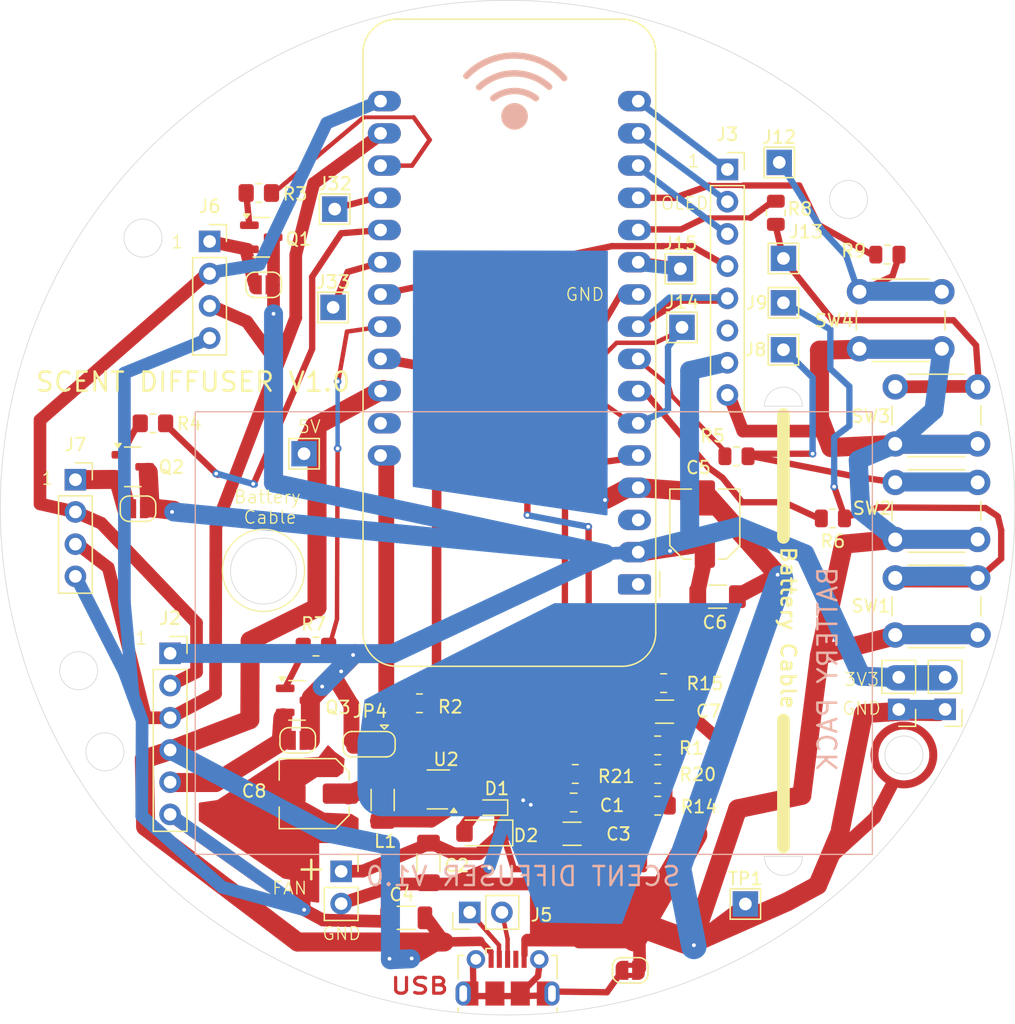
<source format=kicad_pcb>
(kicad_pcb (version 20240108) (generator "pcbnew") (generator_version "8.0")
  (layers (0 "F.Cu" power) (31 "B.Cu" mixed) (34 "B.Paste" user) (35 "F.Paste" user) (36 "B.SilkS" user "B.Silkscreen") (37 "F.SilkS" user "F.Silkscreen") (38 "B.Mask" user) (39 "F.Mask" user) (44 "Edge.Cuts" user))
  (net 0 "")
  (net 1 "GND")
  (net 2 "+3V3")
  (net 3 "+5V")
  (net 4 "Net-(C1-Pad1)")
  (net 5 "BOOST_EN")
  (net 6 "BOOST_ADC")
  (net 7 "OLED_RESET")
  (net 8 "OLED_CS")
  (net 11 "SDA")
  (net 12 "SCL")
  (net 13 "OLED_CLK")
  (net 15 "OLED_DATA")
  (net 17 "OLED_DC")
  (net 18 "Net-(J1-D-)")
  (net 19 "Net-(J1-D+)")
  (net 21 "OE")
  (net 22 "Net-(U1-IO4{slash}A5)")
  (net 23 "Net-(D1-K)")
  (net 24 "Net-(J6-Pin_1)")
  (net 25 "Net-(J7-Pin_1)")
  (net 26 "I2C_1_PWR")
  (net 27 "I2C_2_PWR")
  (net 28 "Net-(U1-A6{slash}IO14)")
  (net 29 "Net-(U1-A8{slash}IO15)")
  (net 30 "Net-(J8-Pin_1)")
  (net 31 "SW1")
  (net 32 "SW2")
  (net 33 "Net-(J9-Pin_1)")
  (net 34 "BOOST_DAC_2")
  (net 35 "BOOST_DAC_1")
  (net 36 "Net-(J2-Pin_5)")
  (net 37 "Net-(Q3-G)")
  (net 38 "Net-(U1-A12{slash}IO13)")
  (net 39 "Net-(J15-Pin_1)")
  (net 40 "Net-(J33-Pin_1)")
  (net 41 "Net-(J1-Shield)")
  (net 42 "Net-(J12-Pin_1)")
  (net 43 "Net-(J13-Pin_1)")
  (net 44 "SW3")
  (net 45 "SW4")
  (net 46 "Net-(D1-A)")
  (net 47 "Net-(JP4-C)")
  (net 48 "BAT_V")
  (net 49 "Net-(J32-Pin_1)")
  (footprint "Resistor_SMD:R_0805_2012Metric" (layer "F.Cu") (at 82.0875 161.25)
    (property "Reference" "R21" (at 3.2311 0.1924 0) (layer "F.SilkS"))
    (property "Value" "1K" (hide yes))
    (pad "1" smd roundrect (at -0.9125 0) (size 1.025 1.4) (layers "F.Cu" "F.Paste" "F.Mask") (roundrect_rratio 0.243902) (net 34 "BOOST_DAC_2"))
    (pad "2" smd roundrect (at 0.9125 0) (size 1.025 1.4) (layers "F.Cu" "F.Paste" "F.Mask") (roundrect_rratio 0.243902) (net 4 "Net-(C1-Pad1)"))
  )
  (footprint "Capacitor_SMD:C_Elec_5x5.8" (layer "F.Cu") (at 92.3036 141.5491 90)
    (property "Reference" "C5" (at 4.4491 -0.5036 180) (layer "F.SilkS"))
    (property "Value" "10uF" (hide yes))
    (pad "1" smd roundrect (at -2.0625 0 90) (size 2.775 1.6) (layers "F.Cu" "F.Paste" "F.Mask") (roundrect_rratio 0.15625) (net 2 "+3V3"))
    (pad "2" smd roundrect (at 2.0625 0 90) (size 2.775 1.6) (layers "F.Cu" "F.Paste" "F.Mask") (roundrect_rratio 0.15625) (net 1 "GND"))
  )
  (footprint "Capacitor_SMD:C_1206_3216Metric_Pad1.33x1.80mm_HandSolder" (layer "F.Cu") (at 81.8388 165.9636 180)
    (property "Reference" "C3" (at -3.6576 -0.0254 0) (layer "F.SilkS"))
    (property "Value" "100nF" (hide yes))
    (pad "1" smd roundrect (at -1.5625 0 180) (size 1.325 1.8) (layers "F.Cu" "F.Paste" "F.Mask") (roundrect_rratio 0.188679) (net 4 "Net-(C1-Pad1)"))
    (pad "2" smd roundrect (at 1.5625 0 180) (size 1.325 1.8) (layers "F.Cu" "F.Paste" "F.Mask") (roundrect_rratio 0.188679) (net 1 "GND"))
  )
  (footprint "Jumper:SolderJumper-2_P1.3mm_Open_RoundedPad1.0x1.5mm" (layer "F.Cu") (at 60.2 158.6)
    (property "Reference" "JP3" (hide yes))
    (property "Value" "SolderJumper_2_Open" (hide yes))
    (pad "1" smd custom (at -0.65 0) (size 1 0.5) (layers "F.Cu" "F.Mask") (net 36 "Net-(J2-Pin_5)") (options (clearance outline) (anchor rect)) (primitives (gr_circle (center 0 0.25) (end 0.5 0.25) (width 0) (fill yes)) (gr_circle (center 0 -0.25) (end 0.5 -0.25) (width 0) (fill yes)) (gr_poly (pts (xy 0.5 0.75) (xy 0 0.75) (xy 0 -0.75) (xy 0.5 -0.75)) (width 0) (fill yes))))
    (pad "2" smd custom (at 0.65 0) (size 1 0.5) (layers "F.Cu" "F.Mask") (net 2 "+3V3") (options (clearance outline) (anchor rect)) (primitives (gr_circle (center 0 0.25) (end 0.5 0.25) (width 0) (fill yes)) (gr_circle (center 0 -0.25) (end 0.5 -0.25) (width 0) (fill yes)) (gr_poly (pts (xy 0 0.75) (xy -0.5 0.75) (xy -0.5 -0.75) (xy 0 -0.75)) (width 0) (fill yes))))
  )
  (footprint "Connector_PinHeader_2.54mm:PinHeader_1x02_P2.54mm_Vertical" (layer "F.Cu") (at 73.7616 172.1612 90)
    (property "Reference" "J5" (at -0.2032 5.6642 180) (layer "F.SilkS"))
    (property "Value" "Conn_01x02_Pin" (hide yes))
    (pad "1" thru_hole rect (at 0 0 90) (size 1.7 1.7) (drill 1) (layers "*.Cu" "*.Mask") (net 18 "Net-(J1-D-)"))
    (pad "2" thru_hole oval (at 0 2.54 90) (size 1.7 1.7) (drill 1) (layers "*.Cu" "*.Mask") (net 19 "Net-(J1-D+)"))
  )
  (footprint "TestPoint:TestPoint_THTPad_2.0x2.0mm_Drill1.0mm" (layer "F.Cu") (at 60.7 136)
    (property "Reference" "TP2" (hide yes))
    (property "Value" "TestPoint" (hide yes))
    (pad "1" thru_hole rect (at 0 0) (size 2 2) (drill 1) (layers "*.Cu" "*.Mask") (net 3 "+5V"))
  )
  (footprint "Jumper:SolderJumper-2_P1.3mm_Open_RoundedPad1.0x1.5mm" (layer "F.Cu") (at 47.61 140.335)
    (property "Reference" "JP2" (hide yes))
    (property "Value" "SolderJumper_2_Open" (hide yes))
    (pad "1" smd custom (at -0.65 0) (size 1 0.5) (layers "F.Cu" "F.Mask") (net 25 "Net-(J7-Pin_1)") (options (clearance outline) (anchor rect)) (primitives (gr_circle (center 0 0.25) (end 0.5 0.25) (width 0) (fill yes)) (gr_circle (center 0 -0.25) (end 0.5 -0.25) (width 0) (fill yes)) (gr_poly (pts (xy 0.5 0.75) (xy 0 0.75) (xy 0 -0.75) (xy 0.5 -0.75)) (width 0) (fill yes))))
    (pad "2" smd custom (at 0.65 0) (size 1 0.5) (layers "F.Cu" "F.Mask") (net 2 "+3V3") (options (clearance outline) (anchor rect)) (primitives (gr_circle (center 0 0.25) (end 0.5 0.25) (width 0) (fill yes)) (gr_circle (center 0 -0.25) (end 0.5 -0.25) (width 0) (fill yes)) (gr_poly (pts (xy 0 0.75) (xy -0.5 0.75) (xy -0.5 -0.75) (xy 0 -0.75)) (width 0) (fill yes))))
  )
  (footprint "Jumper:SolderJumper-2_P1.3mm_Bridged2Bar_RoundedPad1.0x1.5mm" (layer "F.Cu") (at 86.4212 176.7332 180)
    (property "Reference" "JP5" (hide yes))
    (property "Value" "SolderJumper_2_Bridged" (hide yes))
    (fp_poly (pts (xy -0.25 0.2) (xy 0.25 0.2) (xy 0.25 0.6) (xy -0.25 0.6)) (fill solid) (layer "F.Cu"))
    (fp_poly (pts (xy -0.25 -0.6) (xy 0.25 -0.6) (xy 0.25 -0.2) (xy -0.25 -0.2)) (fill solid) (layer "F.Cu"))
    (pad "1" smd custom (at -0.65 0 180) (size 1 0.5) (layers "F.Cu" "F.Mask") (net 1 "GND") (options (clearance outline) (anchor rect)) (primitives (gr_circle (center 0 0.25) (end 0.5 0.25) (width 0) (fill yes)) (gr_circle (center 0 -0.25) (end 0.5 -0.25) (width 0) (fill yes)) (gr_poly (pts (xy 0.5 0.75) (xy 0 0.75) (xy 0 -0.75) (xy 0.5 -0.75)) (width 0) (fill yes))))
    (pad "2" smd custom (at 0.65 0 180) (size 1 0.5) (layers "F.Cu" "F.Mask") (net 41 "Net-(J1-Shield)") (options (clearance outline) (anchor rect)) (primitives (gr_circle (center 0 0.25) (end 0.5 0.25) (width 0) (fill yes)) (gr_circle (center 0 -0.25) (end 0.5 -0.25) (width 0) (fill yes)) (gr_poly (pts (xy 0 0.75) (xy -0.5 0.75) (xy -0.5 -0.75) (xy 0 -0.75)) (width 0) (fill yes))))
  )
  (footprint "Resistor_SMD:R_0805_2012Metric" (layer "F.Cu") (at 89.0555 154.087 180)
    (property "Reference" "R15" (at -3.2481 -0.0402 0) (layer "F.SilkS"))
    (property "Value" "1K" (hide yes))
    (pad "1" smd roundrect (at -0.9125 0 180) (size 1.025 1.4) (layers "F.Cu" "F.Paste" "F.Mask") (roundrect_rratio 0.243902) (net 1 "GND"))
    (pad "2" smd roundrect (at 0.9125 0 180) (size 1.025 1.4) (layers "F.Cu" "F.Paste" "F.Mask") (roundrect_rratio 0.243902) (net 6 "BOOST_ADC"))
  )
  (footprint "TestPoint:TestPoint_THTPad_2.0x2.0mm_Drill1.0mm" (layer "F.Cu") (at 90.3732 121.412)
    (property "Reference" "J15" (at 0 -1.998 0) (layer "F.SilkS"))
    (property "Value" "Conn_01x01_Pin" (hide yes))
    (pad "1" thru_hole rect (at 0 0) (size 2 2) (drill 1) (layers "*.Cu" "*.Mask") (net 39 "Net-(J15-Pin_1)"))
  )
  (footprint "Library:SW_PUSH_6mm_4_pin" (layer "F.Cu") (at 107.3162 138.2628)
    (property "Reference" "SW2" (at -1.8162 2.0372 0) (layer "F.SilkS"))
    (property "Value" "SW_MEC_5E" (hide yes))
    (pad "1" thru_hole circle (at 0 0 90) (size 2 2) (drill 1.1) (layers "*.Cu" "*.Mask") (net 30 "Net-(J8-Pin_1)"))
    (pad "2" thru_hole circle (at 6.5 0 90) (size 2 2) (drill 1.1) (layers "*.Cu" "*.Mask") (net 30 "Net-(J8-Pin_1)"))
    (pad "3" thru_hole circle (at 0 4.5 90) (size 2 2) (drill 1.1) (layers "*.Cu" "*.Mask") (net 1 "GND"))
    (pad "4" thru_hole circle (at 6.5 4.5 90) (size 2 2) (drill 1.1) (layers "*.Cu" "*.Mask") (net 1 "GND"))
  )
  (footprint "Package_TO_SOT_SMD:TSOT-23-5_HandSoldering" (layer "F.Cu") (at 71.2896 162.494 180)
    (property "Reference" "U2" (at -0.6104 2.394 0) (layer "F.SilkS"))
    (property "Value" "~")
    (pad "1" smd roundrect (at -1.71 -0.95 180) (size 2 0.65) (layers "F.Cu" "F.Paste" "F.Mask") (net 46 "Net-(D1-A)"))
    (pad "2" smd roundrect (at -1.71 0 180) (size 2 0.65) (layers "F.Cu" "F.Paste" "F.Mask") (net 1 "GND"))
    (pad "3" smd roundrect (at -1.71 0.95 180) (size 2 0.65) (layers "F.Cu" "F.Paste" "F.Mask") (net 6 "BOOST_ADC"))
    (pad "4" smd roundrect (at 1.71 0.95 180) (size 2 0.65) (layers "F.Cu" "F.Paste" "F.Mask") (net 5 "BOOST_EN"))
    (pad "5" smd roundrect (at 1.71 -0.95 180) (size 2 0.65) (layers "F.Cu" "F.Paste" "F.Mask") (net 47 "Net-(JP4-C)"))
  )
  (footprint "Library:SW_PUSH_6mm_4_pin" (layer "F.Cu") (at 107.3174 145.7918)
    (property "Reference" "SW1" (at -1.9174 2.2082 0) (layer "F.SilkS"))
    (property "Value" "SW_MEC_5E" (hide yes))
    (pad "1" thru_hole circle (at 0 0 90) (size 2 2) (drill 1.1) (layers "*.Cu" "*.Mask") (net 33 "Net-(J9-Pin_1)"))
    (pad "2" thru_hole circle (at 6.5 0 90) (size 2 2) (drill 1.1) (layers "*.Cu" "*.Mask") (net 33 "Net-(J9-Pin_1)"))
    (pad "3" thru_hole circle (at 0 4.5 90) (size 2 2) (drill 1.1) (layers "*.Cu" "*.Mask") (net 1 "GND"))
    (pad "4" thru_hole circle (at 6.5 4.5 90) (size 2 2) (drill 1.1) (layers "*.Cu" "*.Mask") (net 1 "GND"))
  )
  (footprint "TestPoint:TestPoint_THTPad_2.0x2.0mm_Drill1.0mm" (layer "F.Cu") (at 98.5 120.6)
    (property "Reference" "J13" (at 1.8 -2.1 0) (layer "F.SilkS"))
    (property "Value" "Conn_01x01_Pin" (hide yes))
    (pad "1" thru_hole rect (at 0 0) (size 2 2) (drill 1) (layers "*.Cu" "*.Mask") (net 43 "Net-(J13-Pin_1)"))
  )
  (footprint "Resistor_SMD:R_0805_2012Metric" (layer "F.Cu") (at 69.7973 155.6766)
    (property "Reference" "R2" (at 2.4375 0.2822 0) (layer "F.SilkS"))
    (property "Value" "1K" (hide yes))
    (pad "1" smd roundrect (at -0.9125 0) (size 1.025 1.4) (layers "F.Cu" "F.Paste" "F.Mask") (roundrect_rratio 0.243902) (net 5 "BOOST_EN"))
    (pad "2" smd roundrect (at 0.9125 0) (size 1.025 1.4) (layers "F.Cu" "F.Paste" "F.Mask") (roundrect_rratio 0.243902) (net 38 "Net-(U1-A12{slash}IO13)"))
  )
  (footprint "Resistor_SMD:R_0805_2012Metric_Pad1.20x1.40mm_HandSolder" (layer "F.Cu") (at 48.784 133.604)
    (property "Reference" "R4" (at 2.8542 0.0254 0) (layer "F.SilkS"))
    (property "Value" "470R" (hide yes))
    (pad "1" smd roundrect (at -1 0) (size 1.2 1.4) (layers "F.Cu" "F.Paste" "F.Mask") (roundrect_rratio 0.208333) (net 27 "I2C_2_PWR"))
    (pad "2" smd roundrect (at 1 0) (size 1.2 1.4) (layers "F.Cu" "F.Paste" "F.Mask") (roundrect_rratio 0.208333) (net 29 "Net-(U1-A8{slash}IO15)"))
  )
  (footprint "Connector_PinSocket_2.54mm:PinSocket_1x08_P2.54mm_Vertical" (layer "F.Cu") (at 94.0816 113.5888)
    (property "Reference" "J3" (at 0 -2.77 0) (layer "F.SilkS"))
    (property "Value" "Conn_01x08" (hide yes))
    (pad "1" thru_hole rect (at 0 0) (size 1.7 1.7) (drill 1) (layers "*.Cu" "*.Mask") (net 15 "OLED_DATA"))
    (pad "2" thru_hole oval (at 0 2.54) (size 1.7 1.7) (drill 1) (layers "*.Cu" "*.Mask") (net 13 "OLED_CLK"))
    (pad "3" thru_hole oval (at 0 5.08) (size 1.7 1.7) (drill 1) (layers "*.Cu" "*.Mask") (net 17 "OLED_DC"))
    (pad "4" thru_hole oval (at 0 7.62) (size 1.7 1.7) (drill 1) (layers "*.Cu" "*.Mask") (net 7 "OLED_RESET"))
    (pad "5" thru_hole oval (at 0 10.16) (size 1.7 1.7) (drill 1) (layers "*.Cu" "*.Mask") (net 8 "OLED_CS"))
    (pad "6" thru_hole oval (at 0 12.7) (size 1.7 1.7) (drill 1) (layers "*.Cu" "*.Mask"))
    (pad "7" thru_hole oval (at 0 15.24) (size 1.7 1.7) (drill 1) (layers "*.Cu" "*.Mask") (net 2 "+3V3"))
    (pad "8" thru_hole oval (at 0 17.78) (size 1.7 1.7) (drill 1) (layers "*.Cu" "*.Mask") (net 1 "GND"))
  )
  (footprint "Diode_SMD:D_SMF" (layer "F.Cu") (at 74.8 165.9 180)
    (property "Reference" "D2" (at -3.4 -0.2 0) (layer "F.SilkS"))
    (property "Value" "D_Schottky" (hide yes))
    (pad "1" smd roundrect (at -1.45 0 180) (size 1.3 1.4) (layers "F.Cu" "F.Paste" "F.Mask") (roundrect_rratio 0.1923076923) (net 23 "Net-(D1-K)"))
    (pad "2" smd roundrect (at 1.45 0 180) (size 1.3 1.4) (layers "F.Cu" "F.Paste" "F.Mask") (roundrect_rratio 0.1923076923) (net 46 "Net-(D1-A)"))
  )
  (footprint "Jumper:SolderJumper-2_P1.3mm_Open_RoundedPad1.0x1.5mm" (layer "F.Cu") (at 57.516 122.682)
    (property "Reference" "JP1" (hide yes))
    (property "Value" "SolderJumper_2_Open" (hide yes))
    (pad "1" smd custom (at -0.65 0) (size 1 0.5) (layers "F.Cu" "F.Mask") (net 24 "Net-(J6-Pin_1)") (options (clearance outline) (anchor rect)) (primitives (gr_circle (center 0 0.25) (end 0.5 0.25) (width 0) (fill yes)) (gr_circle (center 0 -0.25) (end 0.5 -0.25) (width 0) (fill yes)) (gr_poly (pts (xy 0.5 0.75) (xy 0 0.75) (xy 0 -0.75) (xy 0.5 -0.75)) (width 0) (fill yes))))
    (pad "2" smd custom (at 0.65 0) (size 1 0.5) (layers "F.Cu" "F.Mask") (net 2 "+3V3") (options (clearance outline) (anchor rect)) (primitives (gr_circle (center 0 0.25) (end 0.5 0.25) (width 0) (fill yes)) (gr_circle (center 0 -0.25) (end 0.5 -0.25) (width 0) (fill yes)) (gr_poly (pts (xy 0 0.75) (xy -0.5 0.75) (xy -0.5 -0.75) (xy 0 -0.75)) (width 0) (fill yes))))
  )
  (footprint "Capacitor_SMD:C_0805_2012Metric_Pad1.18x1.45mm_HandSolder" (layer "F.Cu") (at 81.9625 163.5 180)
    (property "Reference" "C1" (at -3.0259 -0.2284 0) (layer "F.SilkS"))
    (property "Value" "10nF" (hide yes))
    (pad "1" smd roundrect (at -1.0375 0 180) (size 1.175 1.45) (layers "F.Cu" "F.Paste" "F.Mask") (roundrect_rratio 0.212766) (net 4 "Net-(C1-Pad1)"))
    (pad "2" smd roundrect (at 1.0375 0 180) (size 1.175 1.45) (layers "F.Cu" "F.Paste" "F.Mask") (roundrect_rratio 0.212766) (net 1 "GND"))
  )
  (footprint "Inductor_SMD:L_1206_3216Metric_Pad1.22x1.90mm_HandSolder" (layer "F.Cu") (at 66.9 163.3 -90)
    (property "Reference" "L1" (at 3.2512 -0.2032 180) (layer "F.SilkS"))
    (property "Value" "10uH" (hide yes))
    (pad "1" smd roundrect (at -1.6625 0 270) (size 1.225 1.9) (layers "F.Cu" "F.Paste" "F.Mask") (roundrect_rratio 0.204082) (net 47 "Net-(JP4-C)"))
    (pad "2" smd roundrect (at 1.6625 0 270) (size 1.225 1.9) (layers "F.Cu" "F.Paste" "F.Mask") (roundrect_rratio 0.204082) (net 46 "Net-(D1-A)"))
  )
  (footprint "Resistor_SMD:R_0805_2012Metric" (layer "F.Cu") (at 88.5875 161.25)
    (property "Reference" "R20" (at 3.1573 0.04 0) (layer "F.SilkS"))
    (property "Value" "1K" (hide yes))
    (pad "1" smd roundrect (at -0.9125 0) (size 1.025 1.4) (layers "F.Cu" "F.Paste" "F.Mask") (roundrect_rratio 0.243902) (net 4 "Net-(C1-Pad1)"))
    (pad "2" smd roundrect (at 0.9125 0) (size 1.025 1.4) (layers "F.Cu" "F.Paste" "F.Mask") (roundrect_rratio 0.243902) (net 6 "BOOST_ADC"))
  )
  (footprint "Connector_USB:USB_Micro-B_Molex-105017-0001" (layer "F.Cu") (at 76.75 177.3245)
    (property "Reference" "J1" (hide yes))
    (property "Value" "USB_B_Micro" (hide yes))
    (pad "1" smd rect (at -1.3 -1.4625) (size 0.4 1.35) (layers "F.Cu" "F.Paste" "F.Mask") (net 3 "+5V"))
    (pad "2" smd rect (at -0.65 -1.4625) (size 0.4 1.35) (layers "F.Cu" "F.Paste" "F.Mask") (net 18 "Net-(J1-D-)"))
    (pad "3" smd rect (at 0 -1.4625) (size 0.4 1.35) (layers "F.Cu" "F.Paste" "F.Mask") (net 19 "Net-(J1-D+)"))
    (pad "4" smd rect (at 0.65 -1.4625) (size 0.4 1.35) (layers "F.Cu" "F.Paste" "F.Mask"))
    (pad "5" smd rect (at 1.3 -1.4625) (size 0.4 1.35) (layers "F.Cu" "F.Paste" "F.Mask") (net 1 "GND"))
    (pad "6" thru_hole oval (at -3.5 1.2375 180) (size 1.2 1.9) (drill oval 0.6 1.3) (layers "*.Cu" "*.Mask") (net 41 "Net-(J1-Shield)"))
    (pad "6" smd rect (at -2.9 1.2375) (size 1.2 1.9) (layers "F.Cu" "F.Mask") (net 41 "Net-(J1-Shield)"))
    (pad "6" thru_hole circle (at -2.5 -1.4625) (size 1.45 1.45) (drill 0.85) (layers "*.Cu" "*.Mask") (net 41 "Net-(J1-Shield)"))
    (pad "6" smd rect (at -1 1.2375) (size 1.5 1.9) (layers "F.Cu" "F.Paste" "F.Mask") (net 41 "Net-(J1-Shield)"))
    (pad "6" smd rect (at 1 1.2375) (size 1.5 1.9) (layers "F.Cu" "F.Paste" "F.Mask") (net 41 "Net-(J1-Shield)"))
    (pad "6" thru_hole circle (at 2.5 -1.4625) (size 1.45 1.45) (drill 0.85) (layers "*.Cu" "*.Mask") (net 41 "Net-(J1-Shield)"))
    (pad "6" smd rect (at 2.9 1.2375) (size 1.2 1.9) (layers "F.Cu" "F.Mask") (net 41 "Net-(J1-Shield)"))
    (pad "6" thru_hole oval (at 3.5 1.2375) (size 1.2 1.9) (drill oval 0.6 1.3) (layers "*.Cu" "*.Mask") (net 41 "Net-(J1-Shield)"))
  )
  (footprint "Capacitor_SMD:C_1206_3216Metric_Pad1.33x1.80mm_HandSolder" (layer "F.Cu") (at 89.1286 156.337)
    (property "Reference" "C7" (at 3.4544 -0.0254 0) (layer "F.SilkS"))
    (property "Value" "10nF" (hide yes))
    (pad "1" smd roundrect (at -1.5625 0) (size 1.325 1.8) (layers "F.Cu" "F.Paste" "F.Mask") (roundrect_rratio 0.188679) (net 6 "BOOST_ADC"))
    (pad "2" smd roundrect (at 1.5625 0) (size 1.325 1.8) (layers "F.Cu" "F.Paste" "F.Mask") (roundrect_rratio 0.188679) (net 1 "GND"))
  )
  (footprint "Resistor_SMD:R_0805_2012Metric" (layer "F.Cu") (at 102.4 141.1 180)
    (property "Reference" "R6" (at 0 -1.8 0) (layer "F.SilkS"))
    (property "Value" "1K" (hide yes))
    (pad "1" smd roundrect (at -0.9125 0 180) (size 1.025 1.4) (layers "F.Cu" "F.Paste" "F.Mask") (roundrect_rratio 0.243902) (net 33 "Net-(J9-Pin_1)"))
    (pad "2" smd roundrect (at 0.9125 0 180) (size 1.025 1.4) (layers "F.Cu" "F.Paste" "F.Mask") (roundrect_rratio 0.243902) (net 31 "SW1"))
  )
  (footprint "Resistor_SMD:R_0805_2012Metric_Pad1.20x1.40mm_HandSolder" (layer "F.Cu") (at 57.134 115.443)
    (property "Reference" "R3" (at 2.8608 0.0762 0) (layer "F.SilkS"))
    (property "Value" "470R" (hide yes))
    (pad "1" smd roundrect (at -1 0) (size 1.2 1.4) (layers "F.Cu" "F.Paste" "F.Mask") (roundrect_rratio 0.208333) (net 26 "I2C_1_PWR"))
    (pad "2" smd roundrect (at 1 0) (size 1.2 1.4) (layers "F.Cu" "F.Paste" "F.Mask") (roundrect_rratio 0.208333) (net 28 "Net-(U1-A6{slash}IO14)"))
  )
  (footprint "TestPoint:TestPoint_THTPad_2.0x2.0mm_Drill1.0mm" (layer "F.Cu") (at 98.171 113.03)
    (property "Reference" "J12" (at 0 -1.998 0) (layer "F.SilkS"))
    (property "Value" "Conn_01x01_Pin" (hide yes))
    (pad "1" thru_hole rect (at 0 0) (size 2 2) (drill 1) (layers "*.Cu" "*.Mask") (net 42 "Net-(J12-Pin_1)"))
  )
  (footprint "Connector_PinSocket_2.54mm:PinSocket_1x04_P2.54mm_Vertical" (layer "F.Cu") (at 53.253 119.263)
    (property "Reference" "J6" (at 0 -2.77 0) (layer "F.SilkS"))
    (property "Value" "Conn_01x04" (hide yes))
    (pad "1" thru_hole rect (at 0 0) (size 1.7 1.7) (drill 1) (layers "*.Cu" "*.Mask") (net 24 "Net-(J6-Pin_1)"))
    (pad "2" thru_hole oval (at 0 2.54) (size 1.7 1.7) (drill 1) (layers "*.Cu" "*.Mask") (net 11 "SDA"))
    (pad "3" thru_hole oval (at 0 5.08) (size 1.7 1.7) (drill 1) (layers "*.Cu" "*.Mask") (net 12 "SCL"))
    (pad "4" thru_hole oval (at 0 7.62) (size 1.7 1.7) (drill 1) (layers "*.Cu" "*.Mask") (net 1 "GND"))
  )
  (footprint "Resistor_SMD:R_0805_2012Metric" (layer "F.Cu") (at 88.5875 159 180)
    (property "Reference" "R1" (at -2.6493 -0.2072 0) (layer "F.SilkS"))
    (property "Value" "1K" (hide yes))
    (pad "1" smd roundrect (at -0.9125 0 180) (size 1.025 1.4) (layers "F.Cu" "F.Paste" "F.Mask") (roundrect_rratio 0.243902) (net 6 "BOOST_ADC"))
    (pad "2" smd roundrect (at 0.9125 0 180) (size 1.025 1.4) (layers "F.Cu" "F.Paste" "F.Mask") (roundrect_rratio 0.243902) (net 22 "Net-(U1-IO4{slash}A5)"))
  )
  (footprint "Resistor_SMD:R_0805_2012Metric" (layer "F.Cu") (at 88.5875 163.75 180)
    (property "Reference" "R14" (at -3.2589 -0.08 0) (layer "F.SilkS"))
    (property "Value" "1K" (hide yes))
    (pad "1" smd roundrect (at -0.9125 0 180) (size 1.025 1.4) (layers "F.Cu" "F.Paste" "F.Mask") (roundrect_rratio 0.243902) (net 6 "BOOST_ADC"))
    (pad "2" smd roundrect (at 0.9125 0 180) (size 1.025 1.4) (layers "F.Cu" "F.Paste" "F.Mask") (roundrect_rratio 0.243902) (net 23 "Net-(D1-K)"))
  )
  (footprint "Package_TO_SOT_SMD:SOT-23" (layer "F.Cu") (at 47.1955 137.033)
    (property "Reference" "Q2" (at 3.0457 0.0254 0) (layer "F.SilkS"))
    (property "Value" "IRLML2060" (hide yes))
    (pad "1" smd roundrect (at -0.9375 -0.95) (size 1.475 0.6) (layers "F.Cu" "F.Paste" "F.Mask") (net 27 "I2C_2_PWR"))
    (pad "2" smd roundrect (at -0.9375 0.95) (size 1.475 0.6) (layers "F.Cu" "F.Paste" "F.Mask") (net 25 "Net-(J7-Pin_1)"))
    (pad "3" smd roundrect (at 0.9375 0) (size 1.475 0.6) (layers "F.Cu" "F.Paste" "F.Mask") (net 2 "+3V3"))
  )
  (footprint "Capacitor_SMD:C_Elec_5x5.8" (layer "F.Cu") (at 61.5 162.8 180)
    (property "Reference" "C8" (at 4.7375 0.2 0) (layer "F.SilkS"))
    (property "Value" "10uF" (hide yes))
    (pad "1" smd roundrect (at -2.0625 0 180) (size 2.775 1.6) (layers "F.Cu" "F.Paste" "F.Mask") (roundrect_rratio 0.15625) (net 47 "Net-(JP4-C)"))
    (pad "2" smd roundrect (at 2.0625 0 180) (size 2.775 1.6) (layers "F.Cu" "F.Paste" "F.Mask") (roundrect_rratio 0.15625) (net 1 "GND"))
  )
  (footprint "TestPoint:TestPoint_THTPad_2.0x2.0mm_Drill1.0mm" (layer "F.Cu") (at 63.119 116.713)
    (property "Reference" "J32" (at 0 -1.998 0) (layer "F.SilkS"))
    (property "Value" "Conn_01x01_Pin" (hide yes))
    (pad "1" thru_hole rect (at 0 0) (size 2 2) (drill 1) (layers "*.Cu" "*.Mask") (net 49 "Net-(J32-Pin_1)"))
  )
  (footprint "Package_TO_SOT_SMD:SOT-23" (layer "F.Cu") (at 60.1495 155.448)
    (property "Reference" "Q3" (at 3.2235 0.5588 0) (layer "F.SilkS"))
    (property "Value" "IRLML2060" (hide yes))
    (pad "1" smd roundrect (at -0.9375 -0.95) (size 1.475 0.6) (layers "F.Cu" "F.Paste" "F.Mask") (net 37 "Net-(Q3-G)"))
    (pad "2" smd roundrect (at -0.9375 0.95) (size 1.475 0.6) (layers "F.Cu" "F.Paste" "F.Mask") (net 36 "Net-(J2-Pin_5)"))
    (pad "3" smd roundrect (at 0.9375 0) (size 1.475 0.6) (layers "F.Cu" "F.Paste" "F.Mask") (net 2 "+3V3"))
  )
  (footprint "Connector_PinSocket_2.54mm:PinSocket_1x02_P2.54mm_Vertical" (layer "F.Cu") (at 63.6266 168.93)
    (property "Reference" "J4" (hide yes))
    (property "Value" "Conn_01x02" (hide yes))
    (pad "1" thru_hole rect (at 0 0) (size 1.7 1.7) (drill 1) (layers "*.Cu" "*.Mask") (net 23 "Net-(D1-K)"))
    (pad "2" thru_hole oval (at 0 2.54) (size 1.7 1.7) (drill 1) (layers "*.Cu" "*.Mask") (net 1 "GND"))
  )
  (footprint "Resistor_SMD:R_0805_2012Metric" (layer "F.Cu") (at 97.9 117 90)
    (property "Reference" "R8" (at 0.3 1.9 180) (layer "F.SilkS"))
    (property "Value" "1K" (hide yes))
    (pad "1" smd roundrect (at -0.9125 0 90) (size 1.025 1.4) (layers "F.Cu" "F.Paste" "F.Mask") (roundrect_rratio 0.243902) (net 43 "Net-(J13-Pin_1)"))
    (pad "2" smd roundrect (at 0.9125 0 90) (size 1.025 1.4) (layers "F.Cu" "F.Paste" "F.Mask") (roundrect_rratio 0.243902) (net 44 "SW3"))
  )
  (footprint "Library:SW_PUSH_6mm_4_pin" (layer "F.Cu") (at 107.3174 130.7296)
    (property "Reference" "SW3" (at -1.9174 2.3156 0) (layer "F.SilkS"))
    (property "Value" "SW_MEC_5E" (hide yes))
    (pad "1" thru_hole circle (at 0 0 90) (size 2 2) (drill 1.1) (layers "*.Cu" "*.Mask") (net 43 "Net-(J13-Pin_1)"))
    (pad "2" thru_hole circle (at 6.5 0 90) (size 2 2) (drill 1.1) (layers "*.Cu" "*.Mask") (net 43 "Net-(J13-Pin_1)"))
    (pad "3" thru_hole circle (at 0 4.5 90) (size 2 2) (drill 1.1) (layers "*.Cu" "*.Mask") (net 1 "GND"))
    (pad "4" thru_hole circle (at 6.5 4.5 90) (size 2 2) (drill 1.1) (layers "*.Cu" "*.Mask") (net 1 "GND"))
  )
  (footprint "Capacitor_SMD:C_1206_3216Metric" (layer "F.Cu") (at 68.756 172.593 180)
    (property "Reference" "C4" (at 0.3538 1.8288 0) (layer "F.SilkS"))
    (property "Value" "10uF" (hide yes))
    (pad "1" smd roundrect (at -1.475 0 180) (size 1.15 1.8) (layers "F.Cu" "F.Paste" "F.Mask") (roundrect_rratio 0.217391) (net 3 "+5V"))
    (pad "2" smd roundrect (at 1.475 0 180) (size 1.15 1.8) (layers "F.Cu" "F.Paste" "F.Mask") (roundrect_rratio 0.217391) (net 1 "GND"))
  )
  (footprint "Resistor_SMD:R_0805_2012Metric_Pad1.20x1.40mm_HandSolder" (layer "F.Cu") (at 61.6364 151.2062 180)
    (property "Reference" "R7" (at 0.1872 1.778 0) (layer "F.SilkS"))
    (property "Value" "470R" (hide yes))
    (pad "1" smd roundrect (at -1 0 180) (size 1.2 1.4) (layers "F.Cu" "F.Paste" "F.Mask") (roundrect_rratio 0.208333) (net 21 "OE"))
    (pad "2" smd roundrect (at 1 0 180) (size 1.2 1.4) (layers "F.Cu" "F.Paste" "F.Mask") (roundrect_rratio 0.208333) (net 37 "Net-(Q3-G)"))
  )
  (footprint "Diode_SMD:D_SOD-523" (layer "F.Cu") (at 75.5 163.9 180)
    (property "Reference" "D1" (at -0.4 1.5 180) (layer "F.SilkS"))
    (property "Value" "D_Schottky" (hide yes))
    (pad "1" smd roundrect (at -0.7 0) (size 0.6 0.7) (layers "F.Cu" "F.Paste" "F.Mask") (net 23 "Net-(D1-K)"))
    (pad "2" smd roundrect (at 0.7 0) (size 0.6 0.7) (layers "F.Cu" "F.Paste" "F.Mask") (net 46 "Net-(D1-A)"))
  )
  (footprint "Connector_PinSocket_2.54mm:PinSocket_1x04_P2.54mm_Vertical" (layer "F.Cu") (at 42.672 138.049)
    (property "Reference" "J7" (at 0 -2.77 0) (layer "F.SilkS"))
    (property "Value" "Conn_01x04" (hide yes))
    (pad "1" thru_hole rect (at 0 0) (size 1.7 1.7) (drill 1) (layers "*.Cu" "*.Mask") (net 25 "Net-(J7-Pin_1)"))
    (pad "2" thru_hole oval (at 0 2.54) (size 1.7 1.7) (drill 1) (layers "*.Cu" "*.Mask") (net 11 "SDA"))
    (pad "3" thru_hole oval (at 0 5.08) (size 1.7 1.7) (drill 1) (layers "*.Cu" "*.Mask") (net 12 "SCL"))
    (pad "4" thru_hole oval (at 0 7.62) (size 1.7 1.7) (drill 1) (layers "*.Cu" "*.Mask") (net 1 "GND"))
  )
  (footprint "Resistor_SMD:R_0805_2012Metric" (layer "F.Cu") (at 94.8 136.2 180)
    (property "Reference" "R5" (at 1.8875 1.6 180) (layer "F.SilkS"))
    (property "Value" "1K" (hide yes))
    (pad "1" smd roundrect (at -0.9125 0 180) (size 1.025 1.4) (layers "F.Cu" "F.Paste" "F.Mask") (roundrect_rratio 0.243902) (net 30 "Net-(J8-Pin_1)"))
    (pad "2" smd roundrect (at 0.9125 0 180) (size 1.025 1.4) (layers "F.Cu" "F.Paste" "F.Mask") (roundrect_rratio 0.243902) (net 32 "SW2"))
  )
  (footprint "TestPoint:TestPoint_THTPad_2.0x2.0mm_Drill1.0mm" (layer "F.Cu") (at 98.5 127.8)
    (property "Reference" "J8" (at -2.2 0 0) (layer "F.SilkS"))
    (property "Value" "Conn_01x01_Pin" (hide yes))
    (pad "1" thru_hole rect (at 0 0) (size 2 2) (drill 1) (layers "*.Cu" "*.Mask") (net 30 "Net-(J8-Pin_1)"))
  )
  (footprint "Jumper:SolderJumper-3_P1.3mm_Open_RoundedPad1.0x1.5mm" (layer "F.Cu") (at 65.8322 158.9024 180)
    (property "Reference" "JP4" (at -0.0678 2.6024 0) (layer "F.SilkS"))
    (property "Value" "SolderJumper_3_Open" (hide yes))
    (pad "1" smd custom (at -1.3 0 180) (size 1 0.5) (layers "F.Cu" "F.Mask") (net 48 "BAT_V") (options (clearance outline) (anchor rect)) (primitives (gr_circle (center 0 0.25) (end 0.5 0.25) (width 0) (fill yes)) (gr_circle (center 0 -0.25) (end 0.5 -0.25) (width 0) (fill yes)) (gr_poly (pts (xy 0.55 0.75) (xy 0 0.75) (xy 0 -0.75) (xy 0.55 -0.75)) (width 0) (fill yes))))
    (pad "2" smd rect (at 0 0 180) (size 1 1.5) (layers "F.Cu" "F.Mask") (net 47 "Net-(JP4-C)"))
    (pad "3" smd custom (at 1.3 0 180) (size 1 0.5) (layers "F.Cu" "F.Mask") (net 2 "+3V3") (options (clearance outline) (anchor rect)) (primitives (gr_circle (center 0 0.25) (end 0.5 0.25) (width 0) (fill yes)) (gr_circle (center 0 -0.25) (end 0.5 -0.25) (width 0) (fill yes)) (gr_poly (pts (xy 0 0.75) (xy -0.55 0.75) (xy -0.55 -0.75) (xy 0 -0.75)) (width 0) (fill yes))))
  )
  (footprint "Connector_PinHeader_2.54mm:PinHeader_1x02_P2.54mm_Vertical" (layer "F.Cu") (at 107.5944 156.1642 180)
    (property "Reference" "J10" (hide yes))
    (property "Value" "Conn_01x02_Pin" (hide yes))
    (pad "1" thru_hole rect (at 0 0 180) (size 1.7 1.7) (drill 1) (layers "*.Cu" "*.Mask") (net 1 "GND"))
    (pad "2" thru_hole oval (at 0 2.54 180) (size 1.7 1.7) (drill 1) (layers "*.Cu" "*.Mask") (net 2 "+3V3"))
  )
  (footprint "Resistor_SMD:R_0805_2012Metric" (layer "F.Cu") (at 106.7 120.3 180)
    (property "Reference" "R9" (at 2.667 0.3048 0) (layer "F.SilkS"))
    (property "Value" "1K" (hide yes))
    (pad "1" smd roundrect (at -0.9125 0 180) (size 1.025 1.4) (layers "F.Cu" "F.Paste" "F.Mask") (roundrect_rratio 0.243902) (net 42 "Net-(J12-Pin_1)"))
    (pad "2" smd roundrect (at 0.9125 0 180) (size 1.025 1.4) (layers "F.Cu" "F.Paste" "F.Mask") (roundrect_rratio 0.243902) (net 45 "SW4"))
  )
  (footprint "Module:Adafruit_Feather" (layer "F.Cu") (at 87.0525 146.3 180)
    (property "Reference" "U1" (hide yes))
    (property "Value" "Adafruit_Feather_HUZZAH32_ESP32" (hide yes))
    (pad "1" thru_hole roundrect (at 0 0 180) (size 2.6 1.6) (drill 1 (offset 0.3 0)) (layers "*.Cu" "*.Mask") (roundrect_rratio 0.15625))
    (pad "2" thru_hole oval (at 0 2.54 180) (size 2.6 1.6) (drill 1 (offset 0.3 0)) (layers "*.Cu" "*.Mask") (net 2 "+3V3"))
    (pad "3" thru_hole oval (at 0 5.08 180) (size 2.6 1.6) (drill 1 (offset 0.3 0)) (layers "*.Cu" "*.Mask"))
    (pad "4" thru_hole oval (at 0 7.62 180) (size 2.6 1.6) (drill 1 (offset 0.3 0)) (layers "*.Cu" "*.Mask") (net 1 "GND"))
    (pad "5" thru_hole oval (at 0 10.16 180) (size 2.6 1.6) (drill 1 (offset 0.3 0)) (layers "*.Cu" "*.Mask") (net 34 "BOOST_DAC_2"))
    (pad "6" thru_hole oval (at 0 12.7 180) (size 2.6 1.6) (drill 1 (offset 0.3 0)) (layers "*.Cu" "*.Mask") (net 35 "BOOST_DAC_1"))
    (pad "7" thru_hole oval (at 0 15.24 180) (size 2.6 1.6) (drill 1 (offset 0.3 0)) (layers "*.Cu" "*.Mask") (net 31 "SW1"))
    (pad "8" thru_hole oval (at 0 17.78 180) (size 2.6 1.6) (drill 1 (offset 0.3 0)) (layers "*.Cu" "*.Mask") (net 32 "SW2"))
    (pad "9" thru_hole oval (at 0 20.32 180) (size 2.6 1.6) (drill 1 (offset 0.3 0)) (layers "*.Cu" "*.Mask") (net 8 "OLED_CS"))
    (pad "10" thru_hole oval (at 0 22.86 180) (size 2.6 1.6) (drill 1 (offset 0.3 0)) (layers "*.Cu" "*.Mask") (net 22 "Net-(U1-IO4{slash}A5)"))
    (pad "11" thru_hole oval (at 0 25.4 180) (size 2.6 1.6) (drill 1 (offset 0.3 0)) (layers "*.Cu" "*.Mask") (net 39 "Net-(J15-Pin_1)"))
    (pad "12" thru_hole oval (at 0 27.94 180) (size 2.6 1.6) (drill 1 (offset 0.3 0)) (layers "*.Cu" "*.Mask") (net 44 "SW3"))
    (pad "13" thru_hole oval (at 0 30.48 180) (size 2.6 1.6) (drill 1 (offset 0.3 0)) (layers "*.Cu" "*.Mask") (net 45 "SW4"))
    (pad "14" thru_hole oval (at 0 33.02 180) (size 2.6 1.6) (drill 1 (offset 0.3 0)) (layers "*.Cu" "*.Mask") (net 17 "OLED_DC"))
    (pad "15" thru_hole oval (at 0 35.56 180) (size 2.6 1.6) (drill 1 (offset 0.3 0)) (layers "*.Cu" "*.Mask") (net 13 "OLED_CLK"))
    (pad "16" thru_hole oval (at 0 38.1 180) (size 2.6 1.6) (drill 1 (offset 0.3 0)) (layers "*.Cu" "*.Mask") (net 15 "OLED_DATA"))
    (pad "17" thru_hole oval (at 20.32 38.1) (size 2.6 1.6) (drill 1 (offset 0.3 0)) (layers "*.Cu" "*.Mask") (net 11 "SDA"))
    (pad "18" thru_hole oval (at 20.32 35.56) (size 2.6 1.6) (drill 1 (offset 0.3 0)) (layers "*.Cu" "*.Mask") (net 12 "SCL"))
    (pad "19" thru_hole oval (at 20.32 33.02) (size 2.6 1.6) (drill 1 (offset 0.3 0)) (layers "*.Cu" "*.Mask") (net 28 "Net-(U1-A6{slash}IO14)"))
    (pad "20" thru_hole oval (at 20.32 30.48) (size 2.6 1.6) (drill 1 (offset 0.3 0)) (layers "*.Cu" "*.Mask") (net 49 "Net-(J32-Pin_1)"))
    (pad "21" thru_hole oval (at 20.32 27.94) (size 2.6 1.6) (drill 1 (offset 0.3 0)) (layers "*.Cu" "*.Mask") (net 29 "Net-(U1-A8{slash}IO15)"))
    (pad "22" thru_hole oval (at 20.32 25.4) (size 2.6 1.6) (drill 1 (offset 0.3 0)) (layers "*.Cu" "*.Mask") (net 40 "Net-(J33-Pin_1)"))
    (pad "23" thru_hole oval (at 20.32 22.86) (size 2.6 1.6) (drill 1 (offset 0.3 0)) (layers "*.Cu" "*.Mask") (net 7 "OLED_RESET"))
    (pad "24" thru_hole oval (at 20.32 20.32) (size 2.6 1.6) (drill 1 (offset 0.3 0)) (layers "*.Cu" "*.Mask") (net 21 "OE"))
    (pad "25" thru_hole oval (at 20.32 17.78) (size 2.6 1.6) (drill 1 (offset 0.3 0)) (layers "*.Cu" "*.Mask") (net 38 "Net-(U1-A12{slash}IO13)"))
    (pad "26" thru_hole oval (at 20.32 15.24) (size 2.6 1.6) (drill 1 (offset 0.3 0)) (layers "*.Cu" "*.Mask") (net 3 "+5V"))
    (pad "27" thru_hole oval (at 20.32 12.7) (size 2.6 1.6) (drill 1 (offset 0.3 0)) (layers "*.Cu" "*.Mask"))
    (pad "28" thru_hole oval (at 20.32 10.16) (size 2.6 1.6) (drill 1 (offset 0.3 0)) (layers "*.Cu" "*.Mask") (net 48 "BAT_V"))
  )
  (footprint "Capacitor_SMD:C_1206_3216Metric_Pad1.33x1.80mm_HandSolder" (layer "F.Cu") (at 70.5104 168.2627 -90)
    (property "Reference" "C2" (at 0.2155 -2.2352 180) (layer "F.SilkS"))
    (property "Value" "4.7uF MLCC" (hide yes))
    (pad "1" smd roundrect (at -1.5625 0 270) (size 1.325 1.8) (layers "F.Cu" "F.Paste" "F.Mask") (roundrect_rratio 0.188679) (net 23 "Net-(D1-K)"))
    (pad "2" smd roundrect (at 1.5625 0 270) (size 1.325 1.8) (layers "F.Cu" "F.Paste" "F.Mask") (roundrect_rratio 0.188679) (net 1 "GND"))
  )
  (footprint "Connector_PinSocket_2.54mm:PinSocket_1x06_P2.54mm_Vertical" (layer "F.Cu") (at 50.1396 151.7396)
    (property "Reference" "J2" (at 0 -2.77 0) (layer "F.SilkS"))
    (property "Value" "Conn_01x06" (hide yes))
    (pad "1" thru_hole rect (at 0 0) (size 1.7 1.7) (drill 1) (layers "*.Cu" "*.Mask") (net 2 "+3V3"))
    (pad "2" thru_hole oval (at 0 2.54) (size 1.7 1.7) (drill 1) (layers "*.Cu" "*.Mask") (net 11 "SDA"))
    (pad "3" thru_hole oval (at 0 5.08) (size 1.7 1.7) (drill 1) (layers "*.Cu" "*.Mask") (net 12 "SCL"))
    (pad "4" thru_hole oval (at 0 7.62) (size 1.7 1.7) (drill 1) (layers "*.Cu" "*.Mask") (net 3 "+5V"))
    (pad "5" thru_hole oval (at 0 10.16) (size 1.7 1.7) (drill 1) (layers "*.Cu" "*.Mask") (net 36 "Net-(J2-Pin_5)"))
    (pad "6" thru_hole oval (at 0 12.7) (size 1.7 1.7) (drill 1) (layers "*.Cu" "*.Mask") (net 1 "GND"))
  )
  (footprint "Connector_PinHeader_2.54mm:PinHeader_1x02_P2.54mm_Vertical" (layer "F.Cu") (at 111.252 156.1592 180)
    (property "Reference" "J11" (hide yes))
    (property "Value" "Conn_01x02_Pin" (hide yes))
    (pad "1" thru_hole rect (at 0 0 180) (size 1.7 1.7) (drill 1) (layers "*.Cu" "*.Mask") (net 1 "GND"))
    (pad "2" thru_hole oval (at 0 2.54 180) (size 1.7 1.7) (drill 1) (layers "*.Cu" "*.Mask") (net 2 "+3V3"))
  )
  (footprint "TestPoint:TestPoint_THTPad_2.0x2.0mm_Drill1.0mm" (layer "F.Cu") (at 95.5 171.5)
    (property "Reference" "TP1" (at 0 -1.998 0) (layer "F.SilkS"))
    (property "Value" "TestPoint" (hide yes))
    (pad "1" thru_hole rect (at 0 0) (size 2 2) (drill 1) (layers "*.Cu" "*.Mask") (net 1 "GND"))
  )
  (footprint "TestPoint:TestPoint_THTPad_2.0x2.0mm_Drill1.0mm" (layer "F.Cu") (at 90.5 126.0348)
    (property "Reference" "J14" (at 0 -1.998 0) (layer "F.SilkS"))
    (property "Value" "Conn_01x01_Pin" (hide yes))
    (pad "1" thru_hole rect (at 0 0) (size 2 2) (drill 1) (layers "*.Cu" "*.Mask") (net 35 "BOOST_DAC_1"))
  )
  (footprint "Capacitor_SMD:C_1206_3216Metric_Pad1.33x1.80mm_HandSolder" (layer "F.Cu") (at 93.3073 147.2692)
    (property "Reference" "C6" (at -0.2073 2.0308 0) (layer "F.SilkS"))
    (property "Value" "10nF" (hide yes))
    (pad "1" smd roundrect (at -1.5625 0) (size 1.325 1.8) (layers "F.Cu" "F.Paste" "F.Mask") (roundrect_rratio 0.188679) (net 2 "+3V3"))
    (pad "2" smd roundrect (at 1.5625 0) (size 1.325 1.8) (layers "F.Cu" "F.Paste" "F.Mask") (roundrect_rratio 0.188679) (net 1 "GND"))
  )
  (footprint "TestPoint:TestPoint_THTPad_2.0x2.0mm_Drill1.0mm" (layer "F.Cu") (at 62.992 124.46)
    (property "Reference" "J33" (at 0 -1.998 0) (layer "F.SilkS"))
    (property "Value" "Conn_01x01_Pin" (hide yes))
    (pad "1" thru_hole rect (at 0 0) (size 2 2) (drill 1) (layers "*.Cu" "*.Mask") (net 40 "Net-(J33-Pin_1)"))
  )
  (footprint "Package_TO_SOT_SMD:SOT-23" (layer "F.Cu") (at 57.3255 118.933)
    (property "Reference" "Q1" (at 2.9233 0.1422 0) (layer "F.SilkS"))
    (property "Value" "IRLML2060" (hide yes))
    (pad "1" smd roundrect (at -0.9375 -0.95) (size 1.475 0.6) (layers "F.Cu" "F.Paste" "F.Mask") (net 26 "I2C_1_PWR"))
    (pad "2" smd roundrect (at -0.9375 0.95) (size 1.475 0.6) (layers "F.Cu" "F.Paste" "F.Mask") (net 24 "Net-(J6-Pin_1)"))
    (pad "3" smd roundrect (at 0.9375 0) (size 1.475 0.6) (layers "F.Cu" "F.Paste" "F.Mask") (net 2 "+3V3"))
  )
  (footprint "TestPoint:TestPoint_THTPad_2.0x2.0mm_Drill1.0mm" (layer "F.Cu") (at 98.5 124.1)
    (property "Reference" "J9" (at -2.1 0 0) (layer "F.SilkS"))
    (property "Value" "Conn_01x01_Pin" (hide yes))
    (pad "1" thru_hole rect (at 0 0) (size 2 2) (drill 1) (layers "*.Cu" "*.Mask") (net 33 "Net-(J9-Pin_1)"))
  )
  (footprint "Library:SW_PUSH_6mm_4_pin" (layer "F.Cu") (at 104.4968 123.226)
    (property "Reference" "SW4" (at -1.9968 2.274 0) (layer "F.SilkS"))
    (property "Value" "SW_MEC_5E" (hide yes))
    (pad "1" thru_hole circle (at 0 0 90) (size 2 2) (drill 1.1) (layers "*.Cu" "*.Mask") (net 42 "Net-(J12-Pin_1)"))
    (pad "2" thru_hole circle (at 6.5 0 90) (size 2 2) (drill 1.1) (layers "*.Cu" "*.Mask") (net 42 "Net-(J12-Pin_1)"))
    (pad "3" thru_hole circle (at 0 4.5 90) (size 2 2) (drill 1.1) (layers "*.Cu" "*.Mask") (net 1 "GND"))
    (pad "4" thru_hole circle (at 6.5 4.5 90) (size 2 2) (drill 1.1) (layers "*.Cu" "*.Mask") (net 1 "GND"))
  )
  (gr_line (start 90.424 118.3132) (end 92.3 117.4) (stroke (width 0.5)) (layer "F.Cu") (net 44))
  (gr_circle (center 108 159.75) (end 110.32 159.75) (stroke (width 0.63)) (fill none) (layer "F.Cu") (net 1))
  (gr_line (start 90.424 118.3132) (end 87.0712 118.3132) (stroke (width 0.5)) (layer "F.Cu") (net 44))
  (gr_line (start 63.6524 171.45) (end 68.326 169.926) (stroke (width 1)) (layer "F.Cu") (net 1))
  (gr_line (start 89.027 119.634) (end 91.2876 119.634) (stroke (width 0.5)) (layer "F.Cu") (net 7))
  (gr_line (start 90.3732 123.7996) (end 94.0308 123.7996) (stroke (width 0.75)) (layer "F.Cu") (net 8))
  (gr_line (start 70.739 164.973) (end 72.771 163.703) (stroke (width 1)) (layer "F.Cu") (net 46))
  (gr_line (start 95.25 139.827) (end 98.552 139.827) (stroke (width 0.5)) (layer "F.Cu") (net 31))
  (gr_line (start 86.741 174.244) (end 91.499928 165.99996) (stroke (width 2)) (layer "F.Cu") (net 1))
  (gr_line (start 89.5 161.25) (end 89.5 159) (stroke (width 0.5)) (layer "F.Cu") (net 6))
  (gr_line (start 97.9 118.1) (end 98.5 120.6) (stroke (width 0.5)) (layer "F.Cu") (net 43))
  (gr_line (start 102.235 135.509) (end 101.346 133.1722) (stroke (width 1.5)) (layer "F.Cu") (net 1))
  (gr_poly (pts (xy 60.5 162.2) (xy 61.7 161.4) (xy 63.3 161.4) (xy 63.7 161.1) (xy 63.8 160.1) (xy 63.1 159.6) (xy 62.6 159.1) (xy 61.9 160) (xy 60.2 160.1) (xy 58.6 160.3) (xy 57.4 161.1) (xy 53.9 163.4) (xy 52.5 163.6) (xy 52.5 164.9) (xy 59.1 169.4) (xy 59.7 169.5) (xy 59.7 167.8) (xy 59.7 171) (xy 61.8 171.3) (xy 61.8 166.6) (xy 64.9 166.6) (xy 64.9 164.8) (xy 64.4 164.5) (xy 62.3 164.4) (xy 60.5 163.4)) (stroke (width 0.2)) (fill solid) (layer "F.Cu") (net 1))
  (gr_line (start 84.963 119.634) (end 89.027 119.634) (stroke (width 0.5)) (layer "F.Cu") (net 7))
  (gr_line (start 95.5 171.5) (end 91.313 174.625) (stroke (width 1)) (layer "F.Cu") (net 1))
  (gr_line (start 114.427 140.2842) (end 106.045 140.2334) (stroke (width 0.5)) (layer "F.Cu") (net 33))
  (gr_line (start 53.2892 124.3076) (end 56.1848 125.5776) (stroke (width 1)) (layer "F.Cu") (net 12))
  (gr_line (start 76.327 162.052) (end 78.994 167.894) (stroke (width 0.5)) (layer "F.Cu") (net 6))
  (gr_line (start 45.2628 144.9832) (end 48.2092 156.8196) (stroke (width 1)) (layer "F.Cu") (net 12))
  (gr_line (start 105.7 164.7) (end 102.0318 168.0464) (stroke (width 1)) (layer "F.Cu") (net 1))
  (gr_line (start 86 168) (end 86 162.5) (stroke (width 0.5)) (layer "F.Cu") (net 6))
  (gr_line (start 113.919 138.176) (end 107.3162 138.2628) (stroke (width 1)) (layer "F.Cu") (net 30))
  (gr_line (start 74.5744 174.4472) (end 71.755 174.5) (stroke (width 0.75)) (layer "F.Cu") (net 3))
  (gr_line (start 87.1728 176.5808) (end 87.122 173.482) (stroke (width 1)) (layer "F.Cu") (net 1))
  (gr_line (start 52.2224 149.352) (end 44.704 141.478) (stroke (width 1)) (layer "F.Cu") (net 11))
  (gr_poly (pts (xy 88.392 170.688) (xy 86.741 174.244) (xy 78.613 174.117) (xy 78.613 170.307)) (stroke (width 0.2)) (fill solid) (layer "F.Cu") (net 1))
  (gr_line (start 84.201 128.397) (end 84.201 131.953) (stroke (width 0.35)) (layer "F.Cu") (net 35))
  (gr_line (start 53.721 161.925) (end 58.9 158.7) (stroke (width 1.5)) (layer "F.Cu") (net 36))
  (gr_line (start 107.3162 138.2628) (end 104.139996 137.795025) (stroke (width 0.5)) (layer "F.Cu") (net 30))
  (gr_line (start 50.1396 159.385) (end 56.4261 156.972) (stroke (width 1.5)) (layer "F.Cu") (net 3))
  (gr_line (start 53.721 154.9146) (end 53.7464 141.7574) (stroke (width 1)) (layer "F.Cu") (net 12))
  (gr_line (start 75.2348 168.7322) (end 72.4408 169.8244) (stroke (width 1)) (layer "F.Cu") (net 1))
  (gr_line (start 46.355 136.017) (end 47.498 133.858) (stroke (width 0.5)) (layer "F.Cu") (net 27))
  (gr_line (start 77.25 168.75) (end 76.3 165.7) (stroke (width 0.5)) (layer "F.Cu") (net 23))
  (gr_line (start 66.963 123.384) (end 84.963 119.634) (stroke (width 0.5)) (layer "F.Cu") (net 7))
  (gr_line (start 101.346 127.8382) (end 104.648 127.762) (stroke (width 1.5)) (layer "F.Cu") (net 1))
  (gr_line (start 62.6872 151.2062) (end 63.2968 149.0472) (stroke (width 0.35)) (layer "F.Cu") (net 21))
  (gr_line (start 60.706 171.958) (end 60.7314 167.2844) (stroke (width 1)) (layer "F.Cu") (net 1))
  (gr_line (start 60.0456 125.2728) (end 53.7464 141.7574) (stroke (width 1)) (layer "F.Cu") (net 12))
  (gr_line (start 74.4728 167.5384) (end 76.1 166.0906) (stroke (width 1)) (layer "F.Cu") (net 23))
  (gr_line (start 68.0212 163.2712) (end 66.0654 161.4424) (stroke (width 1.25)) (layer "F.Cu") (net 47))
  (gr_line (start 86.2076 138.7094) (end 84.5312 139.5984) (stroke (width 1.5)) (layer "F.Cu") (net 1))
  (gr_line (start 63.3984 130.302) (end 64.0842 126.365) (stroke (width 0.35)) (layer "F.Cu") (net 21))
  (gr_line (start 42.672 138.049) (end 45.7708 138.0236) (stroke (width 1.5)) (layer "F.Cu") (net 25))
  (gr_line (start 81 163.5) (end 78.232 163.4744) (stroke (width 1)) (layer "F.Cu") (net 1))
  (gr_line (start 111.252 123.19) (end 104.4968 123.226) (stroke (width 1)) (layer "F.Cu") (net 42))
  (gr_line (start 56.261 119.888) (end 53.253 119.263) (stroke (width 1)) (layer "F.Cu") (net 24))
  (gr_line (start 70.7136 166.7256) (end 72.517 167.5384) (stroke (width 1)) (layer "F.Cu") (net 23))
  (gr_line (start 107.442 135.255) (end 113.919 135.255) (stroke (width 1.5)) (layer "F.Cu") (net 1))
  (gr_line (start 42.672 140.589) (end 39.878 139.954) (stroke (width 1)) (layer "F.Cu") (net 11))
  (gr_line (start 58.293 119.126) (end 58.293 122.682) (stroke (width 1)) (layer "F.Cu") (net 2))
  (gr_line (start 89.4588 130.6068) (end 87.122 128.6764) (stroke (width 0.35)) (layer "F.Cu") (net 32))
  (gr_line (start 104.648 127.762) (end 110.998 127.762) (stroke (width 1.5)) (layer "F.Cu") (net 1))
  (gr_line (start 39.878 133.35) (end 53.212905 121.665892) (stroke (width 1)) (layer "F.Cu") (net 11))
  (gr_line (start 66.3956 164.9476) (end 70.739 164.973) (stroke (width 1)) (layer "F.Cu") (net 46))
  (gr_line (start 90.6272 156.1084) (end 90.0176 154.4828) (stroke (width 0.5)) (layer "F.Cu") (net 1))
  (gr_line (start 69.215 113.284) (end 66.675 113.284) (stroke (width 0.35)) (layer "F.Cu") (net 28))
  (gr_line (start 71.1708 129.286) (end 66.802 128.524) (stroke (width 0.75)) (layer "F.Cu") (net 38))
  (gr_line (start 115.3414 140.8938) (end 114.427 140.2842) (stroke (width 0.5)) (layer "F.Cu") (net 33))
  (gr_line (start 94.996 147.1676) (end 98.044 145.542) (stroke (width 1.24)) (layer "F.Cu") (net 1))
  (gr_line (start 66.802 115.697) (end 62.991993 116.712972) (stroke (width 0.5)) (layer "F.Cu") (net 49))
  (gr_line (start 72.771 163.703) (end 73.152 163.449) (stroke (width 0.2)) (layer "F.Cu") (net 46))
  (gr_line (start 83 163.5) (end 83 161.25) (stroke (width 0.75)) (layer "F.Cu") (net 4))
  (gr_line (start 63.627 118.618) (end 66.802 118.364) (stroke (width 0.5)) (layer "F.Cu") (net 29))
  (gr_line (start 101.346 133.1722) (end 101.346 127.8382) (stroke (width 1.5)) (layer "F.Cu") (net 1))
  (gr_line (start 53.721 154.9146) (end 50.165 156.8196) (stroke (width 1)) (layer "F.Cu") (net 12))
  (gr_line (start 108.0262 156.2912) (end 110.744 156.337) (stroke (width 1.5)) (layer "F.Cu") (net 1))
  (gr_line (start 64.2 162.9) (end 66.6 161.9) (stroke (width 1.5)) (layer "F.Cu") (net 47))
  (gr_line (start 107.315 142.748) (end 113.792 142.748) (stroke (width 1.5)) (layer "F.Cu") (net 1))
  (gr_line (start 61.341 122.047) (end 63.627 118.618) (stroke (width 0.5)) (layer "F.Cu") (net 29))
  (gr_line (start 81.25 161) (end 81.28 137.0584) (stroke (width 0.5)) (layer "F.Cu") (net 34))
  (gr_line (start 69.2404 160.7312) (end 69.6976 161.4424) (stroke (width 0.5)) (layer "F.Cu") (net 5))
  (gr_line (start 66.929 130.937) (end 61.722 133.7564) (stroke (width 1.5)) (layer "F.Cu") (net 3))
  (gr_line (start 85.344 127.254) (end 84.201 128.397) (stroke (width 0.35)) (layer "F.Cu") (net 35))
  (gr_line (start 56.4261 156.972) (end 56.4515 150.749) (stroke (width 1.5)) (layer "F.Cu") (net 3))
  (gr_line (start 46.7106 140.3604) (end 46.0756 138.0744) (stroke (width 1.5)) (layer "F.Cu") (net 25))
  (gr_line (start 61.468 114.681) (end 60.0456 120.3198) (stroke (width 1)) (layer "F.Cu") (net 12))
  (gr_line (start 39.878 139.954) (end 39.878 133.35) (stroke (width 1)) (layer "F.Cu") (net 11))
  (gr_line (start 72.517 167.5384) (end 74.4728 167.5384) (stroke (width 1)) (layer "F.Cu") (net 23))
  (gr_line (start 89.789 158.623) (end 87.757 156.464) (stroke (width 0.5)) (layer "F.Cu") (net 6))
  (gr_line (start 75.4126 175.2727) (end 74.549 174.3329) (stroke (width 0.5)) (layer "F.Cu") (net 3))
  (gr_line (start 42.672 143.002) (end 45.2628 144.9832) (stroke (width 1)) (layer "F.Cu") (net 12))
  (gr_line (start 71.755 174.5) (end 60.198 174.498) (stroke (width 1.5)) (layer "F.Cu") (net 3))
  (gr_line (start 93.7 137.9) (end 95.25 139.827) (stroke (width 0.5)) (layer "F.Cu") (net 31))
  (gr_line (start 76.2 164.2) (end 76.2 166) (stroke (width 1)) (layer "F.Cu") (net 23))
  (gr_line (start 74.0664 178.4604) (end 74.0156 176.276) (stroke (width 0.5)) (layer "F.Cu") (net 41))
  (gr_line (start 107 162.2) (end 105.7 164.7) (stroke (width 1)) (layer "F.Cu") (net 1))
  (gr_line (start 114.0841 150.2664) (end 107.6579 150.2664) (stroke (width 1.5)) (layer "F.Cu") (net 1))
  (gr_line (start 94.1832 131.318) (end 95.3008 134.2136) (stroke (width 1)) (layer "F.Cu") (net 1))
  (gr_line (start 59.4 163.2) (end 60.7314 167.2844) (stroke (width 1)) (layer "F.Cu") (net 1))
  (gr_line (start 98.044 145.542) (end 92.6592 139.446) (stroke (width 1.5)) (layer "F.Cu") (net 1))
  (gr_line (start 61.2 155.5868) (end 61.2 158.6) (stroke (width 1.5)) (layer "F.Cu") (net 2))
  (gr_line (start 111.4044 153.67) (end 107.4928 153.67) (stroke (width 1.5)) (layer "F.Cu") (net 2))
  (gr_line (start 71.1454 153.0858) (end 71.1708 129.286) (stroke (width 0.75)) (layer "F.Cu") (net 38))
  (gr_line (start 90.6272 156.1084) (end 93.472 158.623) (stroke (width 1)) (layer "F.Cu") (net 1))
  (gr_line (start 76.073 174.75) (end 76.073 175.5) (stroke (width 0.35)) (layer "F.Cu") (net 18))
  (gr_line (start 76.073 174.75) (end 73.7108 172.0596) (stroke (width 0.35)) (layer "F.Cu") (net 18))
  (gr_line (start 61.341 127.7366) (end 61.341 122.047) (stroke (width 0.5)) (layer "F.Cu") (net 29))
  (gr_line (start 99.9 136) (end 95.8 136) (stroke (width 0.5)) (layer "F.Cu") (net 30))
  (gr_line (start 65.8368 159.8676) (end 66.0654 161.4424) (stroke (width 1.15)) (layer "F.Cu") (net 47))
  (gr_line (start 61.722 148.1328) (end 61.722 133.7564) (stroke (width 1.5)) (layer "F.Cu") (net 3))
  (gr_line (start 65.3288 168.91) (end 70.2056 166.9034) (stroke (width 1)) (layer "F.Cu") (net 23))
  (gr_line (start 102.87 166.0652) (end 101.1936 170.0276) (stroke (width 1.5)) (layer "F.Cu") (net 1))
  (gr_line (start 113.919 145.796) (end 107.3174 145.791852) (stroke (width 1.5)) (layer "F.Cu") (net 33))
  (gr_line (start 102.997 165.608) (end 104.8258 156.4894) (stroke (width 1.5)) (layer "F.Cu") (net 1))
  (gr_line (start 71.1454 153.0858) (end 70.6882 155.2702) (stroke (width 0.75)) (layer "F.Cu") (net 38))
  (gr_line (start 61.35 133.65) (end 60.328 135.8936) (stroke (width 1)) (layer "F.Cu") (net 3))
  (gr_line (start 67.564 172.72) (end 65.786 172.466) (stroke (width 0.2)) (layer "F.Cu") (net 1))
  (gr_line (start 76.3016 172.1612) (end 76.75 174.25) (stroke (width 0.35)) (layer "F.Cu") (net 19))
  (gr_line (start 62.2046 172.7708) (end 60.706 171.958) (stroke (width 1)) (layer "F.Cu") (net 1))
  (gr_line (start 82.375 174.5) (end 86.75 174.5) (stroke (width 1)) (layer "F.Cu") (net 1))
  (gr_line (start 77.8256 178.5112) (end 79.1464 177.1904) (stroke (width 0.5)) (layer "F.Cu") (net 41))
  (gr_line (start 70.358 172.593) (end 71.755 174.5) (stroke (width 1)) (layer "F.Cu") (net 3))
  (gr_line (start 115.6716 142.0368) (end 115.4176 140.97) (stroke (width 0.5)) (layer "F.Cu") (net 33))
  (gr_line (start 103.3 140.9) (end 102.5 138.6) (stroke (width 0.5)) (layer "F.Cu") (net 33))
  (gr_line (start 87.5 168.75) (end 87.503 163.83) (stroke (width 0.5)) (layer "F.Cu") (net 23))
  (gr_line (start 101.25 117.95) (end 105.65 120.4) (stroke (width 0.5)) (layer "F.Cu") (net 45))
  (gr_poly (pts (xy 72.7964 153.5684) (xy 77.0636 153.5684) (xy 77.0636 156.9212) (xy 80.3656 156.9212) (xy 79.489 163.411) (xy 77.8256 163.576) (xy 76.454 160.4772) (xy 72.6948 160.4772)) (stroke (width 0.2)) (fill solid) (layer "F.Cu") (net 1))
  (gr_line (start 50.165 156.8196) (end 48.2092 156.8196) (stroke (width 1)) (layer "F.Cu") (net 12))
  (gr_line (start 67.183 158.6738) (end 67.183 136.1948) (stroke (width 1.25)) (layer "F.Cu") (net 48))
  (gr_line (start 58.9 158.7) (end 59.0296 156.8196) (stroke (width 1.5)) (layer "F.Cu") (net 36))
  (gr_line (start 98.806 171.323) (end 101.1936 170.0276) (stroke (width 1.5)) (layer "F.Cu") (net 1))
  (gr_line (start 95.35 114.85) (end 99.75 114.85) (stroke (width 0.5)) (layer "F.Cu") (net 45))
  (gr_line (start 56.4515 150.749) (end 61.722 148.1328) (stroke (width 1.5)) (layer "F.Cu") (net 3))
  (gr_line (start 71.2216 160.274) (end 72.9488 159.1564) (stroke (width 0.5)) (layer "F.Cu") (net 1))
  (gr_line (start 111.9124 125.476) (end 113.6904 127.4572) (stroke (width 0.5)) (layer "F.Cu") (net 43))
  (gr_line (start 56.769 122.555) (end 56.134 120.015) (stroke (width 1)) (layer "F.Cu") (net 24))
  (gr_line (start 107.65 120.3) (end 107.1 122) (stroke (width 0.5)) (layer "F.Cu") (net 42))
  (gr_line (start 89.916 115.824) (end 92.65 114.85) (stroke (width 0.5)) (layer "F.Cu") (net 45))
  (gr_line (start 79.1464 177.1904) (end 79.298792 176.021999) (stroke (width 0.5)) (layer "F.Cu") (net 41))
  (gr_line (start 74.35 164.05) (end 73.25 165.55) (stroke (width 1)) (layer "F.Cu") (net 46))
  (gr_line (start 90.805 126.111) (end 88.392 127.254) (stroke (width 0.35)) (layer "F.Cu") (net 35))
  (gr_line (start 69.2658 163.449) (end 67.7672 163.449) (stroke (width 1)) (layer "F.Cu") (net 47))
  (gr_line (start 102.2239 125.276) (end 98.55 120.7) (stroke (width 0.5)) (layer "F.Cu") (net 43))
  (gr_line (start 86.741 133.731) (end 84.201 131.953) (stroke (width 0.35)) (layer "F.Cu") (net 35))
  (gr_line (start 48.5648 140.2588) (end 48.4124 137.4648) (stroke (width 1.5)) (layer "F.Cu") (net 2))
  (gr_line (start 78.3336 174.3456) (end 82.375 174.3593) (stroke (width 1)) (layer "F.Cu") (net 1))
  (gr_line (start 84.582 178.4604) (end 80.670392 178.409599) (stroke (width 0.5)) (layer "F.Cu") (net 41))
  (gr_line (start 95.5 171.5) (end 97.2 172) (stroke (width 0.2)) (layer "F.Cu") (net 1))
  (gr_line (start 86 162.5) (end 89.5 162.5) (stroke (width 0.5)) (layer "F.Cu") (net 6))
  (gr_line (start 92.65 114.85) (end 95.35 114.85) (stroke (width 0.4)) (layer "F.Cu") (net 45))
  (gr_line (start 74.75 161.5) (end 73.25 161.5) (stroke (width 0.35)) (layer "F.Cu") (net 6))
  (gr_line (start 78.1812 169.8244) (end 88.7476 169.8244) (stroke (width 1)) (layer "F.Cu") (net 1))
  (gr_line (start 62.2046 172.7708) (end 67.0052 172.8724) (stroke (width 1)) (layer "F.Cu") (net 1))
  (gr_line (start 81.28 137.0584) (end 87.25 136.25) (stroke (width 0.5)) (layer "F.Cu") (net 34))
  (gr_line (start 86.75 126) (end 90.3732 123.7996) (stroke (width 0.75)) (layer "F.Cu") (net 8))
  (gr_line (start 86.75 174.5) (end 84.5625 174.5) (stroke (width 0.2)) (layer "F.Cu") (net 1))
  (gr_line (start 91.313 174.625) (end 87.122 173.101) (stroke (width 2)) (layer "F.Cu") (net 1))
  (gr_line (start 92.3544 143.9672) (end 91.7448 146.812) (stroke (width 1.25)) (layer "F.Cu") (net 2))
  (gr_line (start 78.0796 175.514) (end 78.0796 174.264) (stroke (width 0.5)) (layer "F.Cu") (net 1))
  (gr_line (start 56.1848 125.5776) (end 58.5724 128.8542) (stroke (width 1)) (layer "F.Cu") (net 12))
  (gr_line (start 85.725 123.317) (end 78.3082 135.9408) (stroke (width 0.5)) (layer "F.Cu") (net 22))
  (gr_line (start 92.6 137.1) (end 93.7 137.9) (stroke (width 0.5)) (layer "F.Cu") (net 31))
  (gr_line (start 99.949 162.941) (end 101.346 151.892) (stroke (width 1.5)) (layer "F.Cu") (net 1))
  (gr_line (start 60.0456 120.3198) (end 60.0456 125.2728) (stroke (width 1)) (layer "F.Cu") (net 12))
  (gr_line (start 66.675 110.871) (end 61.468 114.681) (stroke (width 1)) (layer "F.Cu") (net 12))
  (gr_line (start 88.0872 154.1272) (end 87.3976 155.9962) (stroke (width 0.5)) (layer "F.Cu") (net 6))
  (gr_line (start 85.725 123.317) (end 87.122 123.444) (stroke (width 0.2)) (layer "F.Cu") (net 22))
  (gr_line (start 85.852 176.6824) (end 84.582 178.4604) (stroke (width 0.5)) (layer "F.Cu") (net 41))
  (gr_line (start 89.5 161.25) (end 89.5 163.75) (stroke (width 0.5)) (layer "F.Cu") (net 6))
  (gr_line (start 65.405 109.474) (end 69.342 109.474) (stroke (width 0.3)) (layer "F.Cu") (net 28))
  (gr_line (start 97.2 172) (end 95.5 171.5) (stroke (width 0.2)) (layer "F.Cu") (net 1))
  (gr_line (start 79.6544 169.926) (end 68.326 169.926) (stroke (width 1)) (layer "F.Cu") (net 1))
  (gr_line (start 50.419 140.462) (end 48.5648 140.2588) (stroke (width 1.5)) (layer "F.Cu") (net 2))
  (gr_line (start 64.135 126.365) (end 66.802 125.984) (stroke (width 0.35)) (layer "F.Cu") (net 21))
  (gr_line (start 82.1563 170.4721) (end 87.6173 170.5991) (stroke (width 1)) (layer "F.Cu") (net 1))
  (gr_line (start 50.2158 159.385) (end 48.1076 160.0708) (stroke (width 1.5)) (layer "F.Cu") (net 3))
  (gr_line (start 92.3 117.4) (end 95.9 117.4) (stroke (width 0.4)) (layer "F.Cu") (net 44))
  (gr_line (start 64.4398 158.6611) (end 64.4398 155.7909) (stroke (width 1.25)) (layer "F.Cu") (net 2))
  (gr_line (start 78.3082 140.843) (end 78.3082 135.9408) (stroke (width 0.5)) (layer "F.Cu") (net 22))
  (gr_line (start 48.1076 160.0708) (end 48.2092 165.4048) (stroke (width 1.5)) (layer "F.Cu") (net 3))
  (gr_line (start 102.3239 125.476) (end 111.9124 125.476) (stroke (width 0.5)) (layer "F.Cu") (net 43))
  (gr_line (start 94.8944 164) (end 99.949 162.941) (stroke (width 1.5)) (layer "F.Cu") (net 1))
  (gr_line (start 104.8258 156.4894) (end 108.0262 156.2912) (stroke (width 1.5)) (layer "F.Cu") (net 1))
  (gr_line (start 88.392 127.254) (end 85.344 127.254) (stroke (width 0.35)) (layer "F.Cu") (net 35))
  (gr_line (start 97.8 116) (end 95.9 117.4) (stroke (width 0.5)) (layer "F.Cu") (net 44))
  (gr_line (start 107.442 135.255) (end 102.235 135.509) (stroke (width 1.5)) (layer "F.Cu") (net 1))
  (gr_line (start 56.388 117.983) (end 56.133982 115.443002) (stroke (width 0.5)) (layer "F.Cu") (net 26))
  (gr_line (start 89.4588 130.6068) (end 89.6747 131.4069) (stroke (width 0.35)) (layer "F.Cu") (net 32))
  (gr_line (start 80.25 166) (end 81 163.5) (stroke (width 1)) (layer "F.Cu") (net 1))
  (gr_line (start 58.293 115.443) (end 65.405 109.474) (stroke (width 0.35)) (layer "F.Cu") (net 28))
  (gr_line (start 60.8584 151.2316) (end 59.2328 154.432) (stroke (width 0.5)) (layer "F.Cu") (net 37))
  (gr_line (start 98.806 171.323) (end 91.313 174.625) (stroke (width 1.5)) (layer "F.Cu") (net 1))
  (gr_line (start 64.4398 155.829) (end 63.0174 153.4922) (stroke (width 1.25)) (layer "F.Cu") (net 2))
  (gr_line (start 67.4624 175.8442) (end 67.4624 174.8536) (stroke (width 1)) (layer "F.Cu") (net 3))
  (gr_line (start 58.293 124.968) (end 58.293 122.682) (stroke (width 1)) (layer "F.Cu") (net 2))
  (gr_line (start 68.834 156.21) (end 69.2158 157.742) (stroke (width 0.5)) (layer "F.Cu") (net 5))
  (gr_line (start 89.6747 131.4069) (end 93.7 135.6) (stroke (width 0.35)) (layer "F.Cu") (net 32))
  (gr_line (start 77.25 168.75) (end 87.5 168.75) (stroke (width 0.5)) (layer "F.Cu") (net 23))
  (gr_line (start 113.919 130.683) (end 107.317401 130.729665) (stroke (width 1)) (layer "F.Cu") (net 43))
  (gr_line (start 87.6808 159.0294) (end 83.1596 157.2006) (stroke (width 0.5)) (layer "F.Cu") (net 22))
  (gr_line (start 50.2158 164.5158) (end 60.706 171.958) (stroke (width 1)) (layer "F.Cu") (net 1))
  (gr_line (start 76.75 175.5) (end 76.75 174.25) (stroke (width 0.35)) (layer "F.Cu") (net 19))
  (gr_line (start 48.2092 165.4048) (end 60.198 174.498) (stroke (width 1.5)) (layer "F.Cu") (net 3))
  (gr_poly (pts (xy 72.771 157.2006) (xy 70.4342 157.2006) (xy 70.4342 160.401) (xy 73.4568 160.4264)) (stroke (width 0.2)) (fill solid) (layer "F.Cu") (net 1))
  (gr_line (start 50.2666 161.925) (end 53.721 161.925) (stroke (width 1.5)) (layer "F.Cu") (net 36))
  (gr_line (start 87.0712 120.9548) (end 90.424 121.4628) (stroke (width 1)) (layer "F.Cu") (net 39))
  (gr_line (start 49.8602 133.7818) (end 53.8988 137.668) (stroke (width 0.5)) (layer "F.Cu") (net 29))
  (gr_line (start 74.35 164.05) (end 73.1393 163.6554) (stroke (width 1)) (layer "F.Cu") (net 46))
  (gr_line (start 61.341 127.7366) (end 56.7182 138.4046) (stroke (width 0.5)) (layer "F.Cu") (net 29))
  (gr_line (start 87.122 115.824) (end 89.916 115.824) (stroke (width 0.5)) (layer "F.Cu") (net 45))
  (gr_line (start 98.552 139.827) (end 101.3 141.1) (stroke (width 0.5)) (layer "F.Cu") (net 31))
  (gr_line (start 106.045 140.2334) (end 103.4 141) (stroke (width 0.5)) (layer "F.Cu") (net 33))
  (gr_line (start 101.346 151.892) (end 107.6579 150.2664) (stroke (width 1.5)) (layer "F.Cu") (net 1))
  (gr_line (start 99.9 136) (end 100.8 136) (stroke (width 0.5)) (layer "F.Cu") (net 30))
  (gr_line (start 83 161.25) (end 87.75 161.25) (stroke (width 0.75)) (layer "F.Cu") (net 4))
  (gr_line (start 72.5424 162.5092) (end 71.29 162.5) (stroke (width 0.75)) (layer "F.Cu") (net 1))
  (gr_line (start 101.346 151.892) (end 103.251 143.129) (stroke (width 1.5)) (layer "F.Cu") (net 1))
  (gr_line (start 52.2224 153.2128) (end 52.2224 149.352) (stroke (width 1)) (layer "F.Cu") (net 11))
  (gr_line (start 113.6904 127.4572) (end 113.919 130.683) (stroke (width 0.5)) (layer "F.Cu") (net 43))
  (gr_line (start 91.313 174.625) (end 94.8944 164) (stroke (width 1.5)) (layer "F.Cu") (net 1))
  (gr_line (start 79.121 168.021) (end 86 168) (stroke (width 0.5)) (layer "F.Cu") (net 6))
  (gr_line (start 83.1596 157.2006) (end 83.1342 141.732) (stroke (width 0.5)) (layer "F.Cu") (net 22))
  (gr_line (start 79.7052 178.7144) (end 77.724 178.7652) (stroke (width 0.5)) (layer "F.Cu") (net 41))
  (gr_line (start 67.2592 172.212) (end 67.2592 170.3324) (stroke (width 1)) (layer "F.Cu") (net 1))
  (gr_line (start 91.2368 143.1544) (end 87.122 143.764) (stroke (width 1.5)) (layer "F.Cu") (net 2))
  (gr_line (start 103.251 143.129) (end 107.315 142.748) (stroke (width 1.5)) (layer "F.Cu") (net 1))
  (gr_line (start 63.2968 149.0472) (end 63.3476 135.5852) (stroke (width 0.35)) (layer "F.Cu") (net 21))
  (gr_line (start 92.1004 139.0396) (end 86.5632 138.6332) (stroke (width 1.5)) (layer "F.Cu") (net 1))
  (gr_line (start 87.7316 131.318) (end 92.6 137.1) (stroke (width 0.5)) (layer "F.Cu") (net 31))
  (gr_line (start 113.919 145.796) (end 115.6716 144.272) (stroke (width 0.5)) (layer "F.Cu") (net 33))
  (gr_line (start 99.75 114.85) (end 101.25 117.95) (stroke (width 0.5)) (layer "F.Cu") (net 45))
  (gr_line (start 107.1 122) (end 104.4968 123.226) (stroke (width 0.5)) (layer "F.Cu") (net 42))
  (gr_line (start 77.724 178.7652) (end 74.0156 178.7652) (stroke (width 0.5)) (layer "F.Cu") (net 41))
  (gr_line (start 91.2876 119.634) (end 94.234 121.3104) (stroke (width 0.5)) (layer "F.Cu") (net 7))
  (gr_line (start 69.1896 175.895) (end 71.2978 174.625) (stroke (width 1)) (layer "F.Cu") (net 3))
  (gr_line (start 95.3008 134.2136) (end 101.1936 134.2136) (stroke (width 1)) (layer "F.Cu") (net 1))
  (gr_line (start 83.3608 166.221) (end 83.1108 163.471) (stroke (width 0.75)) (layer "F.Cu") (net 4))
  (gr_line (start 61.2648 155.2448) (end 64.6938 151.765) (stroke (width 1.5)) (layer "F.Cu") (net 2))
  (gr_line (start 44.704 141.478) (end 42.672 140.589) (stroke (width 1)) (layer "F.Cu") (net 11))
  (gr_line (start 69.342 109.474) (end 70.612 111.252) (stroke (width 0.35)) (layer "F.Cu") (net 28))
  (gr_line (start 74.75 161.5) (end 76.327 161.925) (stroke (width 0.35)) (layer "F.Cu") (net 6))
  (gr_line (start 70.612 111.252) (end 69.214983 113.283988) (stroke (width 0.35)) (layer "F.Cu") (net 28))
  (gr_line (start 104.139996 137.795025) (end 95.5 136.1) (stroke (width 0.5)) (layer "F.Cu") (net 30))
  (gr_line (start 69.2412 157.742) (end 69.2404 160.7312) (stroke (width 0.5)) (layer "F.Cu") (net 5))
  (gr_line (start 50.2412 154.2034) (end 52.2224 153.2128) (stroke (width 1)) (layer "F.Cu") (net 11))
  (gr_line (start 62.992 124.46) (end 64.135 121.666) (stroke (width 0.5)) (layer "F.Cu") (net 40))
  (gr_line (start 64.135 121.666) (end 66.802 120.904) (stroke (width 0.5)) (layer "F.Cu") (net 40))
  (gr_line (start 91.499928 165.99996) (end 98.044 145.542) (stroke (width 1.5)) (layer "F.Cu") (net 1))
  (gr_line (start 115.6716 144.272) (end 115.6716 142.0368) (stroke (width 0.5)) (layer "F.Cu") (net 33))
  (gr_line (start 71.2896 162.494) (end 71.2216 160.274) (stroke (width 0.75)) (layer "F.Cu") (net 1))
  (gr_line (start 63.6266 168.93) (end 65.3288 168.91) (stroke (width 1)) (layer "F.Cu") (net 23))
  (gr_line (start 63.3476 135.5852) (end 63.3476 130.302) (stroke (width 0.35)) (layer "B.Cu") (net 21))
  (gr_line (start 103.7 130.7) (end 102.2 129.3) (stroke (width 0.5)) (layer "B.Cu") (net 33))
  (gr_line (start 110.363 132.588) (end 110.998 127.762) (stroke (width 1.5)) (layer "B.Cu") (net 1))
  (gr_line (start 101.5 118.3) (end 103.45 120.4) (stroke (width 0.5)) (layer "B.Cu") (net 42))
  (gr_line (start 98.6 127.8) (end 100.8 130) (stroke (width 0.5)) (layer "B.Cu") (net 30))
  (gr_line (start 90.2208 168.656) (end 98.2726 145.796) (stroke (width 2)) (layer "B.Cu") (net 1))
  (gr_line (start 89.4 127.6) (end 90.4 126.2) (stroke (width 0.5)) (layer "B.Cu") (net 35))
  (gr_line (start 62.1284 154.3558) (end 64.5668 151.8666) (stroke (width 1.5)) (layer "B.Cu") (net 2))
  (gr_line (start 46.5328 129.6416) (end 53.34 126.873) (stroke (width 1)) (layer "B.Cu") (net 1))
  (gr_rect (start 66.9163 158.7754) (end 77.7621 162.5854) (stroke (width 4)) (fill none) (layer "B.Cu") (net 1))
  (gr_line (start 87 143.75) (end 94.9828 141.748) (stroke (width 1.5)) (layer "B.Cu") (net 2))
  (gr_line (start 91.089 133.65225) (end 91.111 129.44775) (stroke (width 1.5)) (layer "B.Cu") (net 2))
  (gr_line (start 93.98 113.538) (end 87.0204 108.204) (stroke (width 0.5)) (layer "B.Cu") (net 15))
  (gr_line (start 111.0488 123.19) (end 104.394 123.19) (stroke (width 1.5)) (layer "B.Cu") (net 42))
  (gr_line (start 50.1904 159.3596) (end 62.4459 165.8747) (stroke (width 1.5)) (layer "B.Cu") (net 3))
  (gr_line (start 76.454 165.1) (end 77.978 163.322) (stroke (width 1)) (layer "B.Cu") (net 1))
  (gr_line (start 103.45 120.4) (end 104.394 123.19) (stroke (width 0.5)) (layer "B.Cu") (net 42))
  (gr_line (start 47.2186 155.0924) (end 46.5328 147.701) (stroke (width 1)) (layer "B.Cu") (net 1))
  (gr_line (start 57.1754 121.0818) (end 53.1368 121.7422) (stroke (width 1)) (layer "B.Cu") (net 11))
  (gr_line (start 102.2 126.2) (end 102.2 129.3) (stroke (width 0.5)) (layer "B.Cu") (net 33))
  (gr_line (start 47.9298 157.0228) (end 47.9044 164.5666) (stroke (width 1)) (layer "B.Cu") (net 1))
  (gr_line (start 111.3536 156.1592) (end 107.6452 156.1592) (stroke (width 1.5)) (layer "B.Cu") (net 1))
  (gr_line (start 58.293 138.303) (end 84.455 143.891) (stroke (width 1.5)) (layer "B.Cu") (net 2))
  (gr_line (start 91.44 174.8536) (end 90.2208 168.656) (stroke (width 2)) (layer "B.Cu") (net 1))
  (gr_line (start 103.7 133.8) (end 103.7 130.7) (stroke (width 0.5)) (layer "B.Cu") (net 33))
  (gr_line (start 77.978 163.322) (end 75.0824 160.9852) (stroke (width 1)) (layer "B.Cu") (net 1))
  (gr_line (start 87.1 133.55) (end 89.399992 132.549983) (stroke (width 0.5)) (layer "B.Cu") (net 35))
  (gr_line (start 66.7766 108.1532) (end 62.484 109.9312) (stroke (width 1)) (layer "B.Cu") (net 11))
  (gr_line (start 98.25 113.05) (end 101.499956 118.300028) (stroke (width 0.5)) (layer "B.Cu") (net 42))
  (gr_line (start 100.203 143.891) (end 104.648 153.543) (stroke (width 1.5)) (layer "B.Cu") (net 2))
  (gr_line (start 102.5 134.7) (end 102.5 138.6) (stroke (width 0.5)) (layer "B.Cu") (net 33))
  (gr_line (start 42.672 145.6182) (end 46.5074 153.162) (stroke (width 1)) (layer "B.Cu") (net 1))
  (gr_line (start 113.919 135.255) (end 107.315 135.255) (stroke (width 1.5)) (layer "B.Cu") (net 1))
  (gr_line (start 58.293 124.968) (end 58.293 138.303) (stroke (width 1.5)) (layer "B.Cu") (net 2))
  (gr_line (start 91.111 129.44775) (end 94.15 128.75) (stroke (width 1.5)) (layer "B.Cu") (net 2))
  (gr_line (start 100.8 130) (end 100.8 136) (stroke (width 0.5)) (layer "B.Cu") (net 30))
  (gr_line (start 91.111 142.29145) (end 91.089 133.00855) (stroke (width 1.5)) (layer "B.Cu") (net 2))
  (gr_line (start 50.419 140.589) (end 84.455 143.891) (stroke (width 1.5)) (layer "B.Cu") (net 2))
  (gr_line (start 46.5074 153.162) (end 47.9298 157.0228) (stroke (width 1)) (layer "B.Cu") (net 1))
  (gr_line (start 75.311 168.5798) (end 76.454 165.1) (stroke (width 1)) (layer "B.Cu") (net 1))
  (gr_line (start 102.2 126.2) (end 98.599998 124.100025) (stroke (width 0.5)) (layer "B.Cu") (net 33))
  (gr_line (start 113.792 142.748) (end 107.442 142.748) (stroke (width 1.5)) (layer "B.Cu") (net 1))
  (gr_line (start 87 125.85) (end 89.499982 123.69998) (stroke (width 0.5)) (layer "B.Cu") (net 8))
  (gr_line (start 54.2544 170.18) (end 47.9044 164.5666) (stroke (width 1)) (layer "B.Cu") (net 1))
  (gr_line (start 104.648 153.543) (end 107.949999 153.670023) (stroke (width 1.5)) (layer "B.Cu") (net 2))
  (gr_line (start 62.484 109.9312) (end 57.1754 121.0818) (stroke (width 1)) (layer "B.Cu") (net 11))
  (gr_poly (pts (xy 94.996 148.2852) (xy 85.6996 172.974) (xy 79.4512 172.8724) (xy 76.454 165.1) (xy 76.708 156.8704) (xy 65.2018 158.3182) (xy 65.5574 155.4734) (xy 67.5386 154.4066) (xy 80.4672 147.8788) (xy 95.1484 147.8788) (xy 94.7928 148.6408)) (stroke (width 0.2)) (fill solid) (layer "B.Cu") (net 1))
  (gr_line (start 104.4 136.495) (end 107.315 135.255) (stroke (width 1.5)) (layer "B.Cu") (net 1))
  (gr_line (start 102.5 134.7) (end 103.7 133.8) (stroke (width 0.5)) (layer "B.Cu") (net 33))
  (gr_line (start 84.4804 139.7) (end 83.4644 139.0396) (stroke (width 0.2)) (layer "B.Cu") (net 1))
  (gr_line (start 53.8226 137.5664) (end 56.819794 138.430022) (stroke (width 0.5)) (layer "B.Cu") (net 29))
  (gr_line (start 50.3428 164.592) (end 60.706 171.958) (stroke (width 1)) (layer "B.Cu") (net 1))
  (gr_line (start 111.252 153.67) (end 107.315 153.67) (stroke (width 2)) (layer "B.Cu") (net 2))
  (gr_line (start 104.6 140.505) (end 104.4 136.5) (stroke (width 1.5)) (layer "B.Cu") (net 1))
  (gr_line (start 114.1095 150.2664) (end 107.6325 150.2664) (stroke (width 1.5)) (layer "B.Cu") (net 1))
  (gr_line (start 100.203 143.891) (end 94.9828 141.748) (stroke (width 1.5)) (layer "B.Cu") (net 2))
  (gr_line (start 87.15 121.1) (end 90.4 121.45) (stroke (width 1)) (layer "B.Cu") (net 39))
  (gr_line (start 46.5328 147.701) (end 46.5328 129.6416) (stroke (width 1)) (layer "B.Cu") (net 1))
  (gr_line (start 89.4 132.55) (end 89.4 127.6) (stroke (width 0.5)) (layer "B.Cu") (net 35))
  (gr_line (start 67.5132 175.895) (end 69.1134 175.8188) (stroke (width 1.5)) (layer "B.Cu") (net 3))
  (gr_line (start 87.0204 113.3856) (end 94.030757 118.668858) (stroke (width 0.5)) (layer "B.Cu") (net 17))
  (gr_poly (pts (xy 84.5312 140.7668) (xy 84.5566 120.0912) (xy 69.3928 120.0658) (xy 69.3674 138.5316)) (stroke (width 0.2)) (fill solid) (layer "B.Cu") (net 1))
  (gr_line (start 113.8936 138.2268) (end 107.2388 138.2268) (stroke (width 1.5)) (layer "B.Cu") (net 30))
  (gr_line (start 107.442 142.748) (end 104.6 140.5) (stroke (width 1.5)) (layer "B.Cu") (net 1))
  (gr_line (start 60.706 171.958) (end 54.2544 170.18) (stroke (width 1)) (layer "B.Cu") (net 1))
  (gr_line (start 110.998 127.762) (end 104.521 127.762) (stroke (width 1.5)) (layer "B.Cu") (net 1))
  (gr_line (start 107.315 135.255) (end 110.363 132.588) (stroke (width 1.5)) (layer "B.Cu") (net 1))
  (gr_line (start 62.4459 165.8747) (end 67.513192 166.903442) (stroke (width 1.5)) (layer "B.Cu") (net 3))
  (gr_line (start 86.868 110.744) (end 94.0308 116.078) (stroke (width 0.5)) (layer "B.Cu") (net 13))
  (gr_line (start 83.1088 141.7574) (end 78.3082 140.843) (stroke (width 0.5)) (layer "B.Cu") (net 22))
  (gr_line (start 67.5132 166.9034) (end 67.513132 175.894999) (stroke (width 1.5)) (layer "B.Cu") (net 3))
  (gr_line (start 50.1396 151.7396) (end 67.691 151.765) (stroke (width 1.5)) (layer "B.Cu") (net 2))
  (gr_line (start 113.8936 145.6436) (end 107.188 145.669) (stroke (width 1.5)) (layer "B.Cu") (net 33))
  (gr_line (start 89.5 123.7) (end 94.05 123.7) (stroke (width 0.5)) (layer "B.Cu") (net 8))
  (gr_line (start 67.691 151.765) (end 84.455 143.891) (stroke (width 1.5)) (layer "B.Cu") (net 2))
  (gr_line (start 84.455 143.891) (end 87 143.75) (stroke (width 1)) (layer "B.Cu") (net 2))
  (gr_arc (start 75.621856 107.969654) (mid 77.3 107.4) (end 78.978144 107.969654) (stroke (width 0.5)) (layer "B.SilkS"))
  (gr_arc (start 74.500001 107.100001) (mid 77.257747 106.008455) (end 80.02841 107.066787) (stroke (width 0.5)) (layer "B.SilkS"))
  (gr_arc (start 73.501178 106.21121) (mid 77.395236 104.604814) (end 81.210382 106.390549) (stroke (width 0.5)) (layer "B.SilkS"))
  (gr_rect (start 52.1208 132.6896) (end 105.5116 167.5892) (stroke (width 0.1)) (fill none) (layer "B.SilkS"))
  (gr_circle (center 77.3 109.4) (end 78.3 109.4) (stroke (width 0.1)) (fill solid) (layer "B.SilkS"))
  (gr_arc (start 74.500001 107.100001) (mid 77.257747 106.008454) (end 80.02841 107.066787) (stroke (width 0.5)) (layer "F.SilkS"))
  (gr_line (start 98.5012 132.9055) (end 98.5012 142.5956) (stroke (width 1)) (layer "F.SilkS"))
  (gr_arc (start 75.621856 107.969654) (mid 77.3 107.4) (end 78.978144 107.969654) (stroke (width 0.5)) (layer "F.SilkS"))
  (gr_circle (center 57.5 145.2) (end 60.7 145.7) (stroke (width 0.1)) (fill none) (layer "F.SilkS"))
  (gr_circle (center 77.3 109.4) (end 78.3 109.4) (stroke (width 0.1)) (fill solid) (layer "F.SilkS"))
  (gr_arc (start 73.501178 106.21121) (mid 77.395236 104.604814) (end 81.210382 106.390549) (stroke (width 0.5)) (layer "F.SilkS"))
  (gr_line (start 98.5012 157) (end 98.5012 167) (stroke (width 1)) (layer "F.SilkS"))
  (gr_circle (center 42.926 153.1112) (end 44.426 153.1112) (stroke (width 0.05)) (fill none) (layer "Edge.Cuts"))
  (gr_arc (start 97 132.25) (mid 98.5 130.75) (end 100 132.25) (stroke (width 0.05)) (layer "Edge.Cuts"))
  (gr_circle (center 57.5 145.25) (end 60.1 145.25) (stroke (width 0.05)) (fill none) (layer "Edge.Cuts"))
  (gr_arc (start 100 167.75) (mid 98.5 169.25) (end 97 167.75) (stroke (width 0.05)) (layer "Edge.Cuts"))
  (gr_circle (center 76.75 140.25) (end 116.75 140.25) (stroke (width 0.05)) (fill none) (layer "Edge.Cuts"))
  (gr_circle (center 48 119) (end 49.5 119) (stroke (width 0.05)) (fill none) (layer "Edge.Cuts"))
  (gr_line (start 97 132.25) (end 100 132.25) (stroke (width 0.05)) (layer "Edge.Cuts"))
  (gr_circle (center 103.632 115.951) (end 105.132 115.951) (stroke (width 0.05)) (fill none) (layer "Edge.Cuts"))
  (gr_circle (center 45 159.5) (end 46.5 159.5) (stroke (width 0.05)) (fill none) (layer "Edge.Cuts"))
  (gr_circle (center 108 159.75) (end 109.5 159.75) (stroke (width 0.05)) (fill none) (layer "Edge.Cuts"))
  (gr_line (start 100 167.75) (end 97 167.75) (stroke (width 0.05)) (layer "Edge.Cuts"))
  (gr_text "USB" (at 67.4 178.7 0) (layer "F.Cu") (effects (font (size 1.25 1.5) (thickness 0.25) (bold yes)) (justify left bottom)))
  (gr_text "BATTERY PACK" (at 102.87 144.78 90) (layer "B.SilkS") (effects (font (size 1.5 1.5) (thickness 0.2)) (justify left bottom mirror)))
  (gr_text "SCENT DIFFUSER V1.0\n" (at 90.5 170.2 0) (layer "B.SilkS") (effects (font (size 1.5 1.5) (thickness 0.2)) (justify left bottom mirror)))
  (gr_text "GND" (at 81.2546 124.0282 0) (layer "F.SilkS") (effects (font (size 1 1) (thickness 0.1)) (justify left bottom)))
  (gr_text "Battery Cable" (at 98.2 143.2 270) (layer "F.SilkS") (effects (font (size 1.15 1.25) (thickness 0.2)) (justify left bottom)))
  (gr_text "1" (at 47.3202 151.13 0) (layer "F.SilkS") (effects (font (size 1 1) (thickness 0.1)) (justify left bottom)))
  (gr_text "GND" (at 62.0776 174.4218 0) (layer "F.SilkS") (effects (font (size 1 1) (thickness 0.1)) (justify left bottom)))
  (gr_text "OLED" (at 88.773 116.84 0) (layer "F.SilkS") (effects (font (size 1 1) (thickness 0.1)) (justify left bottom)))
  (gr_text "SCENT DIFFUSER V1.0\n" (at 39.4208 131.2164 0) (layer "F.SilkS") (effects (font (size 1.5 1.5) (thickness 0.2)) (justify left bottom)))
  (gr_text "3V3" (at 103.2256 154.3812 0) (layer "F.SilkS") (effects (font (size 1 1) (thickness 0.1)) (justify left bottom)))
  (gr_text "FAN" (at 58.1152 170.8404 0) (layer "F.SilkS") (effects (font (size 1 1) (thickness 0.1)) (justify left bottom)))
  (gr_text "5V" (at 60.15 134.45 0) (layer "F.SilkS") (effects (font (size 1 1) (thickness 0.1)) (justify left bottom)))
  (gr_text "1" (at 39.9288 138.5316 0) (layer "F.SilkS") (effects (font (size 1 1) (thickness 0.1)) (justify left bottom)))
  (gr_text "1" (at 50.165 119.888 0) (layer "F.SilkS") (effects (font (size 1 1) (thickness 0.1)) (justify left bottom)))
  (gr_text "+" (at 59.9 169.8 0) (layer "F.SilkS") (effects (font (size 2 2) (thickness 0.2)) (justify left bottom)))
  (gr_text "GND" (at 103.0732 156.6672 0) (layer "F.SilkS") (effects (font (size 1 1) (thickness 0.1)) (justify left bottom)))
  (gr_text "1" (at 90.8812 113.5 0) (layer "F.SilkS") (effects (font (size 1 1) (thickness 0.1)) (justify left bottom)))
  (gr_text "Battery \n Cable" (at 55.1 141.6 0) (layer "F.SilkS") (effects (font (size 1 1) (thickness 0.1)) (justify left bottom)))
  (via (at 78.578247 163.682148) (size 0.6) (drill 0.3) (layers "F.Cu" "B.Cu") (net 1))
  (via (at 77.978 163.322) (size 0.6) (drill 0.3) (layers "F.Cu" "B.Cu") (net 1))
  (via (at 98.044 145.542) (size 0.6) (drill 0.3) (layers "F.Cu" "B.Cu") (net 1))
  (via (at 91.44 174.752) (size 1) (drill 0.3) (layers "F.Cu" "B.Cu") (net 1))
  (via (at 75.311 168.656) (size 0.6) (drill 0.3) (layers "F.Cu" "B.Cu") (net 1))
  (via (at 84.4296 139.6492) (size 0.6) (drill 0.3) (layers "F.Cu" "B.Cu") (net 1))
  (via (at 60.706 171.958) (size 0.6) (drill 0.3) (layers "F.Cu" "B.Cu") (net 1))
  (via (at 63.627 153.162) (size 0.6) (drill 0.3) (layers "F.Cu" "B.Cu") (net 2))
  (via (at 62.1284 154.3558) (size 0.6) (drill 0.3) (layers "F.Cu" "B.Cu") (net 2))
  (via (at 89.5604 143.6624) (size 0.6) (drill 0.3) (layers "F.Cu" "B.Cu") (net 2))
  (via (at 64.5668 151.8666) (size 0.6) (drill 0.3) (layers "F.Cu" "B.Cu") (net 2))
  (via (at 58.293 124.968) (size 0.6) (drill 0.3) (layers "F.Cu" "B.Cu") (net 2))
  (via (at 50.292 140.589) (size 0.6) (drill 0.3) (layers "F.Cu" "B.Cu") (net 2))
  (via (at 69.1896 175.7934) (size 0.6) (drill 0.3) (layers "F.Cu" "B.Cu") (net 3))
  (via (at 67.437 175.8188) (size 0.6) (drill 0.3) (layers "F.Cu" "B.Cu") (net 3))
  (via (at 63.3476 135.5852) (size 0.6) (drill 0.3) (layers "F.Cu" "B.Cu") (net 21))
  (via (at 63.3476 130.302) (size 0.6) (drill 0.3) (layers "F.Cu" "B.Cu") (net 21))
  (via (at 83.1088 141.7574) (size 0.6) (drill 0.3) (layers "F.Cu" "B.Cu") (net 22))
  (via (at 78.3082 140.843) (size 0.6) (drill 0.3) (layers "F.Cu" "B.Cu") (net 22))
  (via (at 56.6928 138.3792) (size 0.6) (drill 0.3) (layers "F.Cu" "B.Cu") (net 29))
  (via (at 53.7718 137.5664) (size 0.6) (drill 0.3) (layers "F.Cu" "B.Cu") (net 29))
  (via (at 100.8 136) (size 0.6) (drill 0.3) (layers "F.Cu" "B.Cu") (net 30))
  (via (at 102.5 138.6) (size 0.6) (drill 0.3) (layers "F.Cu" "B.Cu") (net 33))
)
</source>
